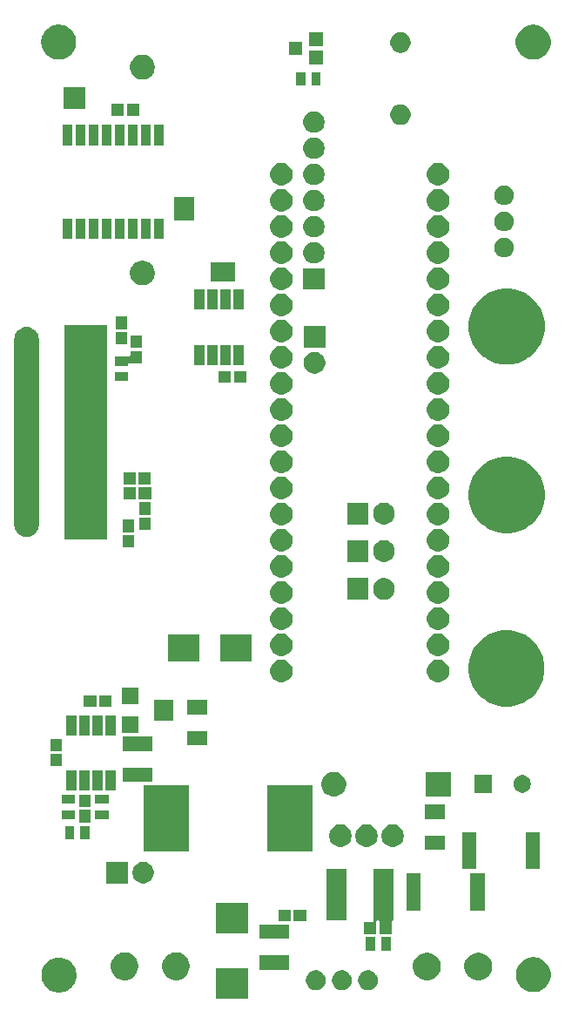
<source format=gts>
G04 #@! TF.GenerationSoftware,KiCad,Pcbnew,5.1.5*
G04 #@! TF.CreationDate,2020-03-31T14:29:14+02:00*
G04 #@! TF.ProjectId,nixie_control_board,6e697869-655f-4636-9f6e-74726f6c5f62,rev?*
G04 #@! TF.SameCoordinates,Original*
G04 #@! TF.FileFunction,Soldermask,Top*
G04 #@! TF.FilePolarity,Negative*
%FSLAX46Y46*%
G04 Gerber Fmt 4.6, Leading zero omitted, Abs format (unit mm)*
G04 Created by KiCad (PCBNEW 5.1.5) date 2020-03-31 14:29:14*
%MOMM*%
%LPD*%
G04 APERTURE LIST*
%ADD10C,0.150000*%
G04 APERTURE END LIST*
D10*
G36*
X142120000Y-146140000D02*
G01*
X139020000Y-146140000D01*
X139020000Y-143190000D01*
X142120000Y-143190000D01*
X142120000Y-146140000D01*
G37*
G36*
X124024778Y-142155330D02*
G01*
X124225872Y-142195330D01*
X124535252Y-142323479D01*
X124813687Y-142509523D01*
X125050477Y-142746313D01*
X125236521Y-143024748D01*
X125364670Y-143334128D01*
X125374546Y-143383779D01*
X125430000Y-143662563D01*
X125430000Y-143997437D01*
X125417675Y-144059396D01*
X125364670Y-144325872D01*
X125236521Y-144635252D01*
X125050477Y-144913687D01*
X124813687Y-145150477D01*
X124535252Y-145336521D01*
X124225872Y-145464670D01*
X124098529Y-145490000D01*
X123897437Y-145530000D01*
X123562563Y-145530000D01*
X123361471Y-145490000D01*
X123234128Y-145464670D01*
X122924748Y-145336521D01*
X122646313Y-145150477D01*
X122409523Y-144913687D01*
X122223479Y-144635252D01*
X122095330Y-144325872D01*
X122042325Y-144059396D01*
X122030000Y-143997437D01*
X122030000Y-143662563D01*
X122085454Y-143383779D01*
X122095330Y-143334128D01*
X122223479Y-143024748D01*
X122409523Y-142746313D01*
X122646313Y-142509523D01*
X122924748Y-142323479D01*
X123234128Y-142195330D01*
X123435222Y-142155330D01*
X123562563Y-142130000D01*
X123897437Y-142130000D01*
X124024778Y-142155330D01*
G37*
G36*
X170185365Y-142119425D02*
G01*
X170365872Y-142155330D01*
X170675252Y-142283479D01*
X170953687Y-142469523D01*
X171190477Y-142706313D01*
X171376521Y-142984748D01*
X171504670Y-143294128D01*
X171528707Y-143414969D01*
X171569384Y-143619465D01*
X171570000Y-143622565D01*
X171570000Y-143957435D01*
X171504670Y-144285872D01*
X171376521Y-144595252D01*
X171190477Y-144873687D01*
X170953687Y-145110477D01*
X170675252Y-145296521D01*
X170365872Y-145424670D01*
X170201654Y-145457335D01*
X170037437Y-145490000D01*
X169702563Y-145490000D01*
X169538346Y-145457335D01*
X169374128Y-145424670D01*
X169064748Y-145296521D01*
X168786313Y-145110477D01*
X168549523Y-144873687D01*
X168363479Y-144595252D01*
X168235330Y-144285872D01*
X168170000Y-143957435D01*
X168170000Y-143622565D01*
X168170617Y-143619465D01*
X168211293Y-143414969D01*
X168235330Y-143294128D01*
X168363479Y-142984748D01*
X168549523Y-142706313D01*
X168786313Y-142469523D01*
X169064748Y-142283479D01*
X169374128Y-142155330D01*
X169554635Y-142119425D01*
X169702563Y-142090000D01*
X170037437Y-142090000D01*
X170185365Y-142119425D01*
G37*
G36*
X148980604Y-143414968D02*
G01*
X149155678Y-143487486D01*
X149155679Y-143487487D01*
X149313237Y-143592763D01*
X149447237Y-143726763D01*
X149523282Y-143840574D01*
X149552514Y-143884322D01*
X149582798Y-143957435D01*
X149625032Y-144059396D01*
X149662000Y-144245250D01*
X149662000Y-144434750D01*
X149625032Y-144620604D01*
X149588772Y-144708142D01*
X149552514Y-144795678D01*
X149552513Y-144795679D01*
X149447237Y-144953237D01*
X149313237Y-145087237D01*
X149181879Y-145175007D01*
X149155678Y-145192514D01*
X149068142Y-145228772D01*
X148980604Y-145265032D01*
X148794750Y-145302000D01*
X148605250Y-145302000D01*
X148419396Y-145265032D01*
X148331858Y-145228772D01*
X148244322Y-145192514D01*
X148218121Y-145175007D01*
X148086763Y-145087237D01*
X147952763Y-144953237D01*
X147847487Y-144795679D01*
X147847486Y-144795678D01*
X147774968Y-144620604D01*
X147738000Y-144434750D01*
X147738000Y-144245250D01*
X147774968Y-144059396D01*
X147817202Y-143957435D01*
X147847486Y-143884322D01*
X147876718Y-143840574D01*
X147952763Y-143726763D01*
X148086763Y-143592763D01*
X148244321Y-143487487D01*
X148244322Y-143487486D01*
X148419396Y-143414968D01*
X148605250Y-143378000D01*
X148794750Y-143378000D01*
X148980604Y-143414968D01*
G37*
G36*
X154060604Y-143414968D02*
G01*
X154235678Y-143487486D01*
X154235679Y-143487487D01*
X154393237Y-143592763D01*
X154527237Y-143726763D01*
X154603282Y-143840574D01*
X154632514Y-143884322D01*
X154662798Y-143957435D01*
X154705032Y-144059396D01*
X154742000Y-144245250D01*
X154742000Y-144434750D01*
X154705032Y-144620604D01*
X154668772Y-144708142D01*
X154632514Y-144795678D01*
X154632513Y-144795679D01*
X154527237Y-144953237D01*
X154393237Y-145087237D01*
X154261879Y-145175007D01*
X154235678Y-145192514D01*
X154148142Y-145228772D01*
X154060604Y-145265032D01*
X153874750Y-145302000D01*
X153685250Y-145302000D01*
X153499396Y-145265032D01*
X153411858Y-145228772D01*
X153324322Y-145192514D01*
X153298121Y-145175007D01*
X153166763Y-145087237D01*
X153032763Y-144953237D01*
X152927487Y-144795679D01*
X152927486Y-144795678D01*
X152854968Y-144620604D01*
X152818000Y-144434750D01*
X152818000Y-144245250D01*
X152854968Y-144059396D01*
X152897202Y-143957435D01*
X152927486Y-143884322D01*
X152956718Y-143840574D01*
X153032763Y-143726763D01*
X153166763Y-143592763D01*
X153324321Y-143487487D01*
X153324322Y-143487486D01*
X153499396Y-143414968D01*
X153685250Y-143378000D01*
X153874750Y-143378000D01*
X154060604Y-143414968D01*
G37*
G36*
X151520604Y-143414968D02*
G01*
X151695678Y-143487486D01*
X151695679Y-143487487D01*
X151853237Y-143592763D01*
X151987237Y-143726763D01*
X152063282Y-143840574D01*
X152092514Y-143884322D01*
X152122798Y-143957435D01*
X152165032Y-144059396D01*
X152202000Y-144245250D01*
X152202000Y-144434750D01*
X152165032Y-144620604D01*
X152128772Y-144708142D01*
X152092514Y-144795678D01*
X152092513Y-144795679D01*
X151987237Y-144953237D01*
X151853237Y-145087237D01*
X151721879Y-145175007D01*
X151695678Y-145192514D01*
X151608142Y-145228772D01*
X151520604Y-145265032D01*
X151334750Y-145302000D01*
X151145250Y-145302000D01*
X150959396Y-145265032D01*
X150871858Y-145228772D01*
X150784322Y-145192514D01*
X150758121Y-145175007D01*
X150626763Y-145087237D01*
X150492763Y-144953237D01*
X150387487Y-144795679D01*
X150387486Y-144795678D01*
X150314968Y-144620604D01*
X150278000Y-144434750D01*
X150278000Y-144245250D01*
X150314968Y-144059396D01*
X150357202Y-143957435D01*
X150387486Y-143884322D01*
X150416718Y-143840574D01*
X150492763Y-143726763D01*
X150626763Y-143592763D01*
X150784321Y-143487487D01*
X150784322Y-143487486D01*
X150959396Y-143414968D01*
X151145250Y-143378000D01*
X151334750Y-143378000D01*
X151520604Y-143414968D01*
G37*
G36*
X164903779Y-141691879D02*
G01*
X165125323Y-141783646D01*
X165149465Y-141793646D01*
X165260769Y-141868017D01*
X165370574Y-141941386D01*
X165558614Y-142129426D01*
X165575922Y-142155330D01*
X165699674Y-142340537D01*
X165706355Y-142350537D01*
X165808121Y-142596221D01*
X165860000Y-142857035D01*
X165860000Y-143122965D01*
X165808121Y-143383779D01*
X165721555Y-143592766D01*
X165706354Y-143629465D01*
X165684237Y-143662565D01*
X165565296Y-143840574D01*
X165558613Y-143850575D01*
X165370575Y-144038613D01*
X165149465Y-144186354D01*
X165149464Y-144186355D01*
X165149463Y-144186355D01*
X164903779Y-144288121D01*
X164642965Y-144340000D01*
X164377035Y-144340000D01*
X164116221Y-144288121D01*
X163870537Y-144186355D01*
X163870536Y-144186355D01*
X163870535Y-144186354D01*
X163649425Y-144038613D01*
X163461387Y-143850575D01*
X163454705Y-143840574D01*
X163335763Y-143662565D01*
X163313646Y-143629465D01*
X163298445Y-143592766D01*
X163211879Y-143383779D01*
X163160000Y-143122965D01*
X163160000Y-142857035D01*
X163211879Y-142596221D01*
X163313645Y-142350537D01*
X163320327Y-142340537D01*
X163444078Y-142155330D01*
X163461386Y-142129426D01*
X163649426Y-141941386D01*
X163759231Y-141868017D01*
X163870535Y-141793646D01*
X163894677Y-141783646D01*
X164116221Y-141691879D01*
X164377035Y-141640000D01*
X164642965Y-141640000D01*
X164903779Y-141691879D01*
G37*
G36*
X159903779Y-141691879D02*
G01*
X160125323Y-141783646D01*
X160149465Y-141793646D01*
X160260769Y-141868017D01*
X160370574Y-141941386D01*
X160558614Y-142129426D01*
X160575922Y-142155330D01*
X160699674Y-142340537D01*
X160706355Y-142350537D01*
X160808121Y-142596221D01*
X160860000Y-142857035D01*
X160860000Y-143122965D01*
X160808121Y-143383779D01*
X160721555Y-143592766D01*
X160706354Y-143629465D01*
X160684237Y-143662565D01*
X160565296Y-143840574D01*
X160558613Y-143850575D01*
X160370575Y-144038613D01*
X160149465Y-144186354D01*
X160149464Y-144186355D01*
X160149463Y-144186355D01*
X159903779Y-144288121D01*
X159642965Y-144340000D01*
X159377035Y-144340000D01*
X159116221Y-144288121D01*
X158870537Y-144186355D01*
X158870536Y-144186355D01*
X158870535Y-144186354D01*
X158649425Y-144038613D01*
X158461387Y-143850575D01*
X158454705Y-143840574D01*
X158335763Y-143662565D01*
X158313646Y-143629465D01*
X158298445Y-143592766D01*
X158211879Y-143383779D01*
X158160000Y-143122965D01*
X158160000Y-142857035D01*
X158211879Y-142596221D01*
X158313645Y-142350537D01*
X158320327Y-142340537D01*
X158444078Y-142155330D01*
X158461386Y-142129426D01*
X158649426Y-141941386D01*
X158759231Y-141868017D01*
X158870535Y-141793646D01*
X158894677Y-141783646D01*
X159116221Y-141691879D01*
X159377035Y-141640000D01*
X159642965Y-141640000D01*
X159903779Y-141691879D01*
G37*
G36*
X135503779Y-141681879D02*
G01*
X135749463Y-141783645D01*
X135749465Y-141783646D01*
X135764431Y-141793646D01*
X135970574Y-141931386D01*
X136158614Y-142119426D01*
X136165679Y-142130000D01*
X136294958Y-142323479D01*
X136306355Y-142340537D01*
X136408121Y-142586221D01*
X136460000Y-142847035D01*
X136460000Y-143112965D01*
X136408121Y-143373779D01*
X136317413Y-143592766D01*
X136306354Y-143619465D01*
X136299672Y-143629465D01*
X136158614Y-143840574D01*
X135970574Y-144028614D01*
X135924505Y-144059396D01*
X135749465Y-144176354D01*
X135749464Y-144176355D01*
X135749463Y-144176355D01*
X135503779Y-144278121D01*
X135242965Y-144330000D01*
X134977035Y-144330000D01*
X134716221Y-144278121D01*
X134470537Y-144176355D01*
X134470536Y-144176355D01*
X134470535Y-144176354D01*
X134295495Y-144059396D01*
X134249426Y-144028614D01*
X134061386Y-143840574D01*
X133920328Y-143629465D01*
X133913646Y-143619465D01*
X133902587Y-143592766D01*
X133811879Y-143373779D01*
X133760000Y-143112965D01*
X133760000Y-142847035D01*
X133811879Y-142586221D01*
X133913645Y-142340537D01*
X133925043Y-142323479D01*
X134054321Y-142130000D01*
X134061386Y-142119426D01*
X134249426Y-141931386D01*
X134455569Y-141793646D01*
X134470535Y-141783646D01*
X134470537Y-141783645D01*
X134716221Y-141681879D01*
X134977035Y-141630000D01*
X135242965Y-141630000D01*
X135503779Y-141681879D01*
G37*
G36*
X130503779Y-141681879D02*
G01*
X130749463Y-141783645D01*
X130749465Y-141783646D01*
X130764431Y-141793646D01*
X130970574Y-141931386D01*
X131158614Y-142119426D01*
X131165679Y-142130000D01*
X131294958Y-142323479D01*
X131306355Y-142340537D01*
X131408121Y-142586221D01*
X131460000Y-142847035D01*
X131460000Y-143112965D01*
X131408121Y-143373779D01*
X131317413Y-143592766D01*
X131306354Y-143619465D01*
X131299672Y-143629465D01*
X131158614Y-143840574D01*
X130970574Y-144028614D01*
X130924505Y-144059396D01*
X130749465Y-144176354D01*
X130749464Y-144176355D01*
X130749463Y-144176355D01*
X130503779Y-144278121D01*
X130242965Y-144330000D01*
X129977035Y-144330000D01*
X129716221Y-144278121D01*
X129470537Y-144176355D01*
X129470536Y-144176355D01*
X129470535Y-144176354D01*
X129295495Y-144059396D01*
X129249426Y-144028614D01*
X129061386Y-143840574D01*
X128920328Y-143629465D01*
X128913646Y-143619465D01*
X128902587Y-143592766D01*
X128811879Y-143373779D01*
X128760000Y-143112965D01*
X128760000Y-142847035D01*
X128811879Y-142586221D01*
X128913645Y-142340537D01*
X128925043Y-142323479D01*
X129054321Y-142130000D01*
X129061386Y-142119426D01*
X129249426Y-141931386D01*
X129455569Y-141793646D01*
X129470535Y-141783646D01*
X129470537Y-141783645D01*
X129716221Y-141681879D01*
X129977035Y-141630000D01*
X130242965Y-141630000D01*
X130503779Y-141681879D01*
G37*
G36*
X146140000Y-143310000D02*
G01*
X143240000Y-143310000D01*
X143240000Y-141910000D01*
X146140000Y-141910000D01*
X146140000Y-143310000D01*
G37*
G36*
X155980000Y-141440000D02*
G01*
X155080000Y-141440000D01*
X155080000Y-140140000D01*
X155980000Y-140140000D01*
X155980000Y-141440000D01*
G37*
G36*
X154480000Y-141440000D02*
G01*
X153580000Y-141440000D01*
X153580000Y-140140000D01*
X154480000Y-140140000D01*
X154480000Y-141440000D01*
G37*
G36*
X146140000Y-140310000D02*
G01*
X143240000Y-140310000D01*
X143240000Y-138910000D01*
X146140000Y-138910000D01*
X146140000Y-140310000D01*
G37*
G36*
X156262000Y-138524000D02*
G01*
X156234999Y-138524000D01*
X156210613Y-138526402D01*
X156187164Y-138533515D01*
X156165553Y-138545066D01*
X156146611Y-138560611D01*
X156131066Y-138579553D01*
X156119515Y-138601164D01*
X156112402Y-138624613D01*
X156110000Y-138648999D01*
X156110000Y-139865000D01*
X154910000Y-139865000D01*
X154910000Y-138648999D01*
X154907598Y-138624613D01*
X154900485Y-138601164D01*
X154888934Y-138579553D01*
X154873389Y-138560611D01*
X154854447Y-138545066D01*
X154832836Y-138533515D01*
X154809387Y-138526402D01*
X154785001Y-138524000D01*
X154734999Y-138524000D01*
X154710613Y-138526402D01*
X154687164Y-138533515D01*
X154665553Y-138545066D01*
X154646611Y-138560611D01*
X154631066Y-138579553D01*
X154619515Y-138601164D01*
X154612402Y-138624613D01*
X154610000Y-138648999D01*
X154610000Y-139865000D01*
X153410000Y-139865000D01*
X153410000Y-138715000D01*
X154213001Y-138715000D01*
X154237387Y-138712598D01*
X154260836Y-138705485D01*
X154282447Y-138693934D01*
X154301389Y-138678389D01*
X154316934Y-138659447D01*
X154328485Y-138637836D01*
X154335598Y-138614387D01*
X154338000Y-138590001D01*
X154338000Y-133554000D01*
X156262000Y-133554000D01*
X156262000Y-138524000D01*
G37*
G36*
X142120000Y-139790000D02*
G01*
X139020000Y-139790000D01*
X139020000Y-136840000D01*
X142120000Y-136840000D01*
X142120000Y-139790000D01*
G37*
G36*
X147760000Y-138635000D02*
G01*
X146560000Y-138635000D01*
X146560000Y-137485000D01*
X147760000Y-137485000D01*
X147760000Y-138635000D01*
G37*
G36*
X146260000Y-138635000D02*
G01*
X145060000Y-138635000D01*
X145060000Y-137485000D01*
X146260000Y-137485000D01*
X146260000Y-138635000D01*
G37*
G36*
X151662000Y-138524000D02*
G01*
X149738000Y-138524000D01*
X149738000Y-133554000D01*
X151662000Y-133554000D01*
X151662000Y-138524000D01*
G37*
G36*
X158930000Y-137550000D02*
G01*
X157530000Y-137550000D01*
X157530000Y-133950000D01*
X158930000Y-133950000D01*
X158930000Y-137550000D01*
G37*
G36*
X165130000Y-137550000D02*
G01*
X163730000Y-137550000D01*
X163730000Y-133950000D01*
X165130000Y-133950000D01*
X165130000Y-137550000D01*
G37*
G36*
X132048687Y-132825027D02*
G01*
X132226274Y-132860350D01*
X132417362Y-132939502D01*
X132589336Y-133054411D01*
X132735589Y-133200664D01*
X132850498Y-133372638D01*
X132929650Y-133563726D01*
X132970000Y-133766584D01*
X132970000Y-133973416D01*
X132929650Y-134176274D01*
X132850498Y-134367362D01*
X132735589Y-134539336D01*
X132589336Y-134685589D01*
X132417362Y-134800498D01*
X132226274Y-134879650D01*
X132048687Y-134914973D01*
X132023417Y-134920000D01*
X131816583Y-134920000D01*
X131791313Y-134914973D01*
X131613726Y-134879650D01*
X131422638Y-134800498D01*
X131250664Y-134685589D01*
X131104411Y-134539336D01*
X130989502Y-134367362D01*
X130910350Y-134176274D01*
X130870000Y-133973416D01*
X130870000Y-133766584D01*
X130910350Y-133563726D01*
X130989502Y-133372638D01*
X131104411Y-133200664D01*
X131250664Y-133054411D01*
X131422638Y-132939502D01*
X131613726Y-132860350D01*
X131791313Y-132825027D01*
X131816583Y-132820000D01*
X132023417Y-132820000D01*
X132048687Y-132825027D01*
G37*
G36*
X130430000Y-134920000D02*
G01*
X128330000Y-134920000D01*
X128330000Y-132820000D01*
X130430000Y-132820000D01*
X130430000Y-134920000D01*
G37*
G36*
X170530000Y-133520000D02*
G01*
X169130000Y-133520000D01*
X169130000Y-129920000D01*
X170530000Y-129920000D01*
X170530000Y-133520000D01*
G37*
G36*
X164330000Y-133520000D02*
G01*
X162930000Y-133520000D01*
X162930000Y-129920000D01*
X164330000Y-129920000D01*
X164330000Y-133520000D01*
G37*
G36*
X148392000Y-131828000D02*
G01*
X143992000Y-131828000D01*
X143992000Y-125428000D01*
X148392000Y-125428000D01*
X148392000Y-131828000D01*
G37*
G36*
X136392000Y-131828000D02*
G01*
X131992000Y-131828000D01*
X131992000Y-125428000D01*
X136392000Y-125428000D01*
X136392000Y-131828000D01*
G37*
G36*
X161300000Y-131680000D02*
G01*
X159300000Y-131680000D01*
X159300000Y-130280000D01*
X161300000Y-130280000D01*
X161300000Y-131680000D01*
G37*
G36*
X156500857Y-129232272D02*
G01*
X156701043Y-129315192D01*
X156701045Y-129315193D01*
X156723205Y-129330000D01*
X156881208Y-129435574D01*
X157034426Y-129588792D01*
X157154808Y-129768957D01*
X157237728Y-129969143D01*
X157280000Y-130181658D01*
X157280000Y-130398342D01*
X157237728Y-130610857D01*
X157154808Y-130811043D01*
X157154807Y-130811045D01*
X157034425Y-130991209D01*
X156881209Y-131144425D01*
X156701045Y-131264807D01*
X156701044Y-131264808D01*
X156701043Y-131264808D01*
X156500857Y-131347728D01*
X156288342Y-131390000D01*
X156071658Y-131390000D01*
X155859143Y-131347728D01*
X155658957Y-131264808D01*
X155658956Y-131264808D01*
X155658955Y-131264807D01*
X155478791Y-131144425D01*
X155325575Y-130991209D01*
X155205193Y-130811045D01*
X155205192Y-130811043D01*
X155122272Y-130610857D01*
X155080000Y-130398342D01*
X155080000Y-130181658D01*
X155122272Y-129969143D01*
X155205192Y-129768957D01*
X155325574Y-129588792D01*
X155478792Y-129435574D01*
X155636795Y-129330000D01*
X155658955Y-129315193D01*
X155658957Y-129315192D01*
X155859143Y-129232272D01*
X156071658Y-129190000D01*
X156288342Y-129190000D01*
X156500857Y-129232272D01*
G37*
G36*
X153960857Y-129232272D02*
G01*
X154161043Y-129315192D01*
X154161045Y-129315193D01*
X154183205Y-129330000D01*
X154341208Y-129435574D01*
X154494426Y-129588792D01*
X154614808Y-129768957D01*
X154697728Y-129969143D01*
X154740000Y-130181658D01*
X154740000Y-130398342D01*
X154697728Y-130610857D01*
X154614808Y-130811043D01*
X154614807Y-130811045D01*
X154494425Y-130991209D01*
X154341209Y-131144425D01*
X154161045Y-131264807D01*
X154161044Y-131264808D01*
X154161043Y-131264808D01*
X153960857Y-131347728D01*
X153748342Y-131390000D01*
X153531658Y-131390000D01*
X153319143Y-131347728D01*
X153118957Y-131264808D01*
X153118956Y-131264808D01*
X153118955Y-131264807D01*
X152938791Y-131144425D01*
X152785575Y-130991209D01*
X152665193Y-130811045D01*
X152665192Y-130811043D01*
X152582272Y-130610857D01*
X152540000Y-130398342D01*
X152540000Y-130181658D01*
X152582272Y-129969143D01*
X152665192Y-129768957D01*
X152785574Y-129588792D01*
X152938792Y-129435574D01*
X153096795Y-129330000D01*
X153118955Y-129315193D01*
X153118957Y-129315192D01*
X153319143Y-129232272D01*
X153531658Y-129190000D01*
X153748342Y-129190000D01*
X153960857Y-129232272D01*
G37*
G36*
X151420857Y-129232272D02*
G01*
X151621043Y-129315192D01*
X151621045Y-129315193D01*
X151643205Y-129330000D01*
X151801208Y-129435574D01*
X151954426Y-129588792D01*
X152074808Y-129768957D01*
X152157728Y-129969143D01*
X152200000Y-130181658D01*
X152200000Y-130398342D01*
X152157728Y-130610857D01*
X152074808Y-130811043D01*
X152074807Y-130811045D01*
X151954425Y-130991209D01*
X151801209Y-131144425D01*
X151621045Y-131264807D01*
X151621044Y-131264808D01*
X151621043Y-131264808D01*
X151420857Y-131347728D01*
X151208342Y-131390000D01*
X150991658Y-131390000D01*
X150779143Y-131347728D01*
X150578957Y-131264808D01*
X150578956Y-131264808D01*
X150578955Y-131264807D01*
X150398791Y-131144425D01*
X150245575Y-130991209D01*
X150125193Y-130811045D01*
X150125192Y-130811043D01*
X150042272Y-130610857D01*
X150000000Y-130398342D01*
X150000000Y-130181658D01*
X150042272Y-129969143D01*
X150125192Y-129768957D01*
X150245574Y-129588792D01*
X150398792Y-129435574D01*
X150556795Y-129330000D01*
X150578955Y-129315193D01*
X150578957Y-129315192D01*
X150779143Y-129232272D01*
X150991658Y-129190000D01*
X151208342Y-129190000D01*
X151420857Y-129232272D01*
G37*
G36*
X126720000Y-130630000D02*
G01*
X125820000Y-130630000D01*
X125820000Y-129330000D01*
X126720000Y-129330000D01*
X126720000Y-130630000D01*
G37*
G36*
X125220000Y-130630000D02*
G01*
X124320000Y-130630000D01*
X124320000Y-129330000D01*
X125220000Y-129330000D01*
X125220000Y-130630000D01*
G37*
G36*
X126825000Y-128990000D02*
G01*
X125675000Y-128990000D01*
X125675000Y-127790000D01*
X126825000Y-127790000D01*
X126825000Y-128990000D01*
G37*
G36*
X125270000Y-128700000D02*
G01*
X123970000Y-128700000D01*
X123970000Y-127800000D01*
X125270000Y-127800000D01*
X125270000Y-128700000D01*
G37*
G36*
X128550000Y-128700000D02*
G01*
X127250000Y-128700000D01*
X127250000Y-127800000D01*
X128550000Y-127800000D01*
X128550000Y-128700000D01*
G37*
G36*
X161300000Y-128680000D02*
G01*
X159300000Y-128680000D01*
X159300000Y-127280000D01*
X161300000Y-127280000D01*
X161300000Y-128680000D01*
G37*
G36*
X126825000Y-127490000D02*
G01*
X125675000Y-127490000D01*
X125675000Y-126290000D01*
X126825000Y-126290000D01*
X126825000Y-127490000D01*
G37*
G36*
X125270000Y-127200000D02*
G01*
X123970000Y-127200000D01*
X123970000Y-126300000D01*
X125270000Y-126300000D01*
X125270000Y-127200000D01*
G37*
G36*
X128550000Y-127200000D02*
G01*
X127250000Y-127200000D01*
X127250000Y-126300000D01*
X128550000Y-126300000D01*
X128550000Y-127200000D01*
G37*
G36*
X161819490Y-126489490D02*
G01*
X159420510Y-126489490D01*
X159420510Y-124090510D01*
X161819490Y-124090510D01*
X161819490Y-126489490D01*
G37*
G36*
X150809877Y-124136605D02*
G01*
X151028170Y-124227025D01*
X151028172Y-124227026D01*
X151224630Y-124358295D01*
X151391705Y-124525370D01*
X151522975Y-124721830D01*
X151613395Y-124940123D01*
X151659490Y-125171859D01*
X151659490Y-125408141D01*
X151613395Y-125639877D01*
X151603972Y-125662626D01*
X151522974Y-125858172D01*
X151391705Y-126054630D01*
X151224630Y-126221705D01*
X151028172Y-126352974D01*
X151028171Y-126352975D01*
X151028170Y-126352975D01*
X150809877Y-126443395D01*
X150578141Y-126489490D01*
X150341859Y-126489490D01*
X150110123Y-126443395D01*
X149891830Y-126352975D01*
X149891829Y-126352975D01*
X149891828Y-126352974D01*
X149695370Y-126221705D01*
X149528295Y-126054630D01*
X149397026Y-125858172D01*
X149316028Y-125662626D01*
X149306605Y-125639877D01*
X149260510Y-125408141D01*
X149260510Y-125171859D01*
X149306605Y-124940123D01*
X149397025Y-124721830D01*
X149528295Y-124525370D01*
X149695370Y-124358295D01*
X149891828Y-124227026D01*
X149891830Y-124227025D01*
X150110123Y-124136605D01*
X150341859Y-124090510D01*
X150578141Y-124090510D01*
X150809877Y-124136605D01*
G37*
G36*
X169027935Y-124442664D02*
G01*
X169182624Y-124506739D01*
X169182626Y-124506740D01*
X169321844Y-124599762D01*
X169440238Y-124718156D01*
X169533260Y-124857374D01*
X169533261Y-124857376D01*
X169597336Y-125012065D01*
X169630000Y-125176281D01*
X169630000Y-125343719D01*
X169597336Y-125507935D01*
X169542683Y-125639877D01*
X169533260Y-125662626D01*
X169440238Y-125801844D01*
X169321844Y-125920238D01*
X169182626Y-126013260D01*
X169182625Y-126013261D01*
X169182624Y-126013261D01*
X169027935Y-126077336D01*
X168863719Y-126110000D01*
X168696281Y-126110000D01*
X168532065Y-126077336D01*
X168377376Y-126013261D01*
X168377375Y-126013261D01*
X168377374Y-126013260D01*
X168238156Y-125920238D01*
X168119762Y-125801844D01*
X168026740Y-125662626D01*
X168017317Y-125639877D01*
X167962664Y-125507935D01*
X167930000Y-125343719D01*
X167930000Y-125176281D01*
X167962664Y-125012065D01*
X168026739Y-124857376D01*
X168026740Y-124857374D01*
X168119762Y-124718156D01*
X168238156Y-124599762D01*
X168377374Y-124506740D01*
X168377376Y-124506739D01*
X168532065Y-124442664D01*
X168696281Y-124410000D01*
X168863719Y-124410000D01*
X169027935Y-124442664D01*
G37*
G36*
X165830000Y-126110000D02*
G01*
X164130000Y-126110000D01*
X164130000Y-124410000D01*
X165830000Y-124410000D01*
X165830000Y-126110000D01*
G37*
G36*
X129262180Y-125922180D02*
G01*
X128262740Y-125922180D01*
X128262740Y-123972780D01*
X129262180Y-123972780D01*
X129262180Y-125922180D01*
G37*
G36*
X126727260Y-125922180D02*
G01*
X125727820Y-125922180D01*
X125727820Y-123972780D01*
X126727260Y-123972780D01*
X126727260Y-125922180D01*
G37*
G36*
X127992180Y-125922180D02*
G01*
X126992740Y-125922180D01*
X126992740Y-123972780D01*
X127992180Y-123972780D01*
X127992180Y-125922180D01*
G37*
G36*
X125457260Y-125922180D02*
G01*
X124457820Y-125922180D01*
X124457820Y-123972780D01*
X125457260Y-123972780D01*
X125457260Y-125922180D01*
G37*
G36*
X132810000Y-125060000D02*
G01*
X129910000Y-125060000D01*
X129910000Y-123660000D01*
X132810000Y-123660000D01*
X132810000Y-125060000D01*
G37*
G36*
X124035000Y-123560000D02*
G01*
X122885000Y-123560000D01*
X122885000Y-122360000D01*
X124035000Y-122360000D01*
X124035000Y-123560000D01*
G37*
G36*
X124035000Y-122060000D02*
G01*
X122885000Y-122060000D01*
X122885000Y-120860000D01*
X124035000Y-120860000D01*
X124035000Y-122060000D01*
G37*
G36*
X132810000Y-122060000D02*
G01*
X129910000Y-122060000D01*
X129910000Y-120660000D01*
X132810000Y-120660000D01*
X132810000Y-122060000D01*
G37*
G36*
X138180000Y-121510000D02*
G01*
X136180000Y-121510000D01*
X136180000Y-120110000D01*
X138180000Y-120110000D01*
X138180000Y-121510000D01*
G37*
G36*
X129262180Y-120527220D02*
G01*
X128262740Y-120527220D01*
X128262740Y-118577820D01*
X129262180Y-118577820D01*
X129262180Y-120527220D01*
G37*
G36*
X127992180Y-120527220D02*
G01*
X126992740Y-120527220D01*
X126992740Y-118577820D01*
X127992180Y-118577820D01*
X127992180Y-120527220D01*
G37*
G36*
X125457260Y-120527220D02*
G01*
X124457820Y-120527220D01*
X124457820Y-118577820D01*
X125457260Y-118577820D01*
X125457260Y-120527220D01*
G37*
G36*
X126727260Y-120527220D02*
G01*
X125727820Y-120527220D01*
X125727820Y-118577820D01*
X126727260Y-118577820D01*
X126727260Y-120527220D01*
G37*
G36*
X131490000Y-120320000D02*
G01*
X129890000Y-120320000D01*
X129890000Y-118720000D01*
X131490000Y-118720000D01*
X131490000Y-120320000D01*
G37*
G36*
X134880000Y-119120000D02*
G01*
X132980000Y-119120000D01*
X132980000Y-117120000D01*
X134880000Y-117120000D01*
X134880000Y-119120000D01*
G37*
G36*
X138180000Y-118510000D02*
G01*
X136180000Y-118510000D01*
X136180000Y-117110000D01*
X138180000Y-117110000D01*
X138180000Y-118510000D01*
G37*
G36*
X127360000Y-117785000D02*
G01*
X126160000Y-117785000D01*
X126160000Y-116635000D01*
X127360000Y-116635000D01*
X127360000Y-117785000D01*
G37*
G36*
X128860000Y-117785000D02*
G01*
X127660000Y-117785000D01*
X127660000Y-116635000D01*
X128860000Y-116635000D01*
X128860000Y-117785000D01*
G37*
G36*
X168329249Y-110472188D02*
G01*
X169002606Y-110751101D01*
X169023696Y-110765193D01*
X169608613Y-111156022D01*
X170123978Y-111671387D01*
X170242215Y-111848342D01*
X170528899Y-112277394D01*
X170807812Y-112950751D01*
X170950000Y-113665580D01*
X170950000Y-114394420D01*
X170807812Y-115109249D01*
X170528899Y-115782606D01*
X170528898Y-115782607D01*
X170123978Y-116388613D01*
X169608613Y-116903978D01*
X169300279Y-117110000D01*
X169002606Y-117308899D01*
X168329249Y-117587812D01*
X167614420Y-117730000D01*
X166885580Y-117730000D01*
X166170751Y-117587812D01*
X165497394Y-117308899D01*
X165199721Y-117110000D01*
X164891387Y-116903978D01*
X164376022Y-116388613D01*
X163971102Y-115782607D01*
X163971101Y-115782606D01*
X163692188Y-115109249D01*
X163550000Y-114394420D01*
X163550000Y-113665580D01*
X163692188Y-112950751D01*
X163971101Y-112277394D01*
X164257785Y-111848342D01*
X164376022Y-111671387D01*
X164891387Y-111156022D01*
X165476304Y-110765193D01*
X165497394Y-110751101D01*
X166170751Y-110472188D01*
X166885580Y-110330000D01*
X167614420Y-110330000D01*
X168329249Y-110472188D01*
G37*
G36*
X131490000Y-117520000D02*
G01*
X129890000Y-117520000D01*
X129890000Y-115920000D01*
X131490000Y-115920000D01*
X131490000Y-117520000D01*
G37*
G36*
X145680857Y-113222272D02*
G01*
X145881043Y-113305192D01*
X145881045Y-113305193D01*
X145948103Y-113350000D01*
X146061208Y-113425574D01*
X146214426Y-113578792D01*
X146334808Y-113758957D01*
X146417728Y-113959143D01*
X146460000Y-114171658D01*
X146460000Y-114388342D01*
X146417728Y-114600857D01*
X146334808Y-114801043D01*
X146334807Y-114801045D01*
X146214425Y-114981209D01*
X146061209Y-115134425D01*
X145881045Y-115254807D01*
X145881044Y-115254808D01*
X145881043Y-115254808D01*
X145680857Y-115337728D01*
X145468342Y-115380000D01*
X145251658Y-115380000D01*
X145039143Y-115337728D01*
X144838957Y-115254808D01*
X144838956Y-115254808D01*
X144838955Y-115254807D01*
X144658791Y-115134425D01*
X144505575Y-114981209D01*
X144385193Y-114801045D01*
X144385192Y-114801043D01*
X144302272Y-114600857D01*
X144260000Y-114388342D01*
X144260000Y-114171658D01*
X144302272Y-113959143D01*
X144385192Y-113758957D01*
X144505574Y-113578792D01*
X144658792Y-113425574D01*
X144771897Y-113350000D01*
X144838955Y-113305193D01*
X144838957Y-113305192D01*
X145039143Y-113222272D01*
X145251658Y-113180000D01*
X145468342Y-113180000D01*
X145680857Y-113222272D01*
G37*
G36*
X160920857Y-113222272D02*
G01*
X161121043Y-113305192D01*
X161121045Y-113305193D01*
X161188103Y-113350000D01*
X161301208Y-113425574D01*
X161454426Y-113578792D01*
X161574808Y-113758957D01*
X161657728Y-113959143D01*
X161700000Y-114171658D01*
X161700000Y-114388342D01*
X161657728Y-114600857D01*
X161574808Y-114801043D01*
X161574807Y-114801045D01*
X161454425Y-114981209D01*
X161301209Y-115134425D01*
X161121045Y-115254807D01*
X161121044Y-115254808D01*
X161121043Y-115254808D01*
X160920857Y-115337728D01*
X160708342Y-115380000D01*
X160491658Y-115380000D01*
X160279143Y-115337728D01*
X160078957Y-115254808D01*
X160078956Y-115254808D01*
X160078955Y-115254807D01*
X159898791Y-115134425D01*
X159745575Y-114981209D01*
X159625193Y-114801045D01*
X159625192Y-114801043D01*
X159542272Y-114600857D01*
X159500000Y-114388342D01*
X159500000Y-114171658D01*
X159542272Y-113959143D01*
X159625192Y-113758957D01*
X159745574Y-113578792D01*
X159898792Y-113425574D01*
X160011897Y-113350000D01*
X160078955Y-113305193D01*
X160078957Y-113305192D01*
X160279143Y-113222272D01*
X160491658Y-113180000D01*
X160708342Y-113180000D01*
X160920857Y-113222272D01*
G37*
G36*
X137400000Y-113350000D02*
G01*
X134300000Y-113350000D01*
X134300000Y-110750000D01*
X137400000Y-110750000D01*
X137400000Y-113350000D01*
G37*
G36*
X142500000Y-113350000D02*
G01*
X139400000Y-113350000D01*
X139400000Y-110750000D01*
X142500000Y-110750000D01*
X142500000Y-113350000D01*
G37*
G36*
X160920857Y-110682272D02*
G01*
X161121043Y-110765192D01*
X161121045Y-110765193D01*
X161211738Y-110825792D01*
X161301208Y-110885574D01*
X161454426Y-111038792D01*
X161574808Y-111218957D01*
X161657728Y-111419143D01*
X161700000Y-111631658D01*
X161700000Y-111848342D01*
X161657728Y-112060857D01*
X161574808Y-112261043D01*
X161574807Y-112261045D01*
X161454425Y-112441209D01*
X161301209Y-112594425D01*
X161121045Y-112714807D01*
X161121044Y-112714808D01*
X161121043Y-112714808D01*
X160920857Y-112797728D01*
X160708342Y-112840000D01*
X160491658Y-112840000D01*
X160279143Y-112797728D01*
X160078957Y-112714808D01*
X160078956Y-112714808D01*
X160078955Y-112714807D01*
X159898791Y-112594425D01*
X159745575Y-112441209D01*
X159625193Y-112261045D01*
X159625192Y-112261043D01*
X159542272Y-112060857D01*
X159500000Y-111848342D01*
X159500000Y-111631658D01*
X159542272Y-111419143D01*
X159625192Y-111218957D01*
X159745574Y-111038792D01*
X159898792Y-110885574D01*
X159988262Y-110825792D01*
X160078955Y-110765193D01*
X160078957Y-110765192D01*
X160279143Y-110682272D01*
X160491658Y-110640000D01*
X160708342Y-110640000D01*
X160920857Y-110682272D01*
G37*
G36*
X145680857Y-110682272D02*
G01*
X145881043Y-110765192D01*
X145881045Y-110765193D01*
X145971738Y-110825792D01*
X146061208Y-110885574D01*
X146214426Y-111038792D01*
X146334808Y-111218957D01*
X146417728Y-111419143D01*
X146460000Y-111631658D01*
X146460000Y-111848342D01*
X146417728Y-112060857D01*
X146334808Y-112261043D01*
X146334807Y-112261045D01*
X146214425Y-112441209D01*
X146061209Y-112594425D01*
X145881045Y-112714807D01*
X145881044Y-112714808D01*
X145881043Y-112714808D01*
X145680857Y-112797728D01*
X145468342Y-112840000D01*
X145251658Y-112840000D01*
X145039143Y-112797728D01*
X144838957Y-112714808D01*
X144838956Y-112714808D01*
X144838955Y-112714807D01*
X144658791Y-112594425D01*
X144505575Y-112441209D01*
X144385193Y-112261045D01*
X144385192Y-112261043D01*
X144302272Y-112060857D01*
X144260000Y-111848342D01*
X144260000Y-111631658D01*
X144302272Y-111419143D01*
X144385192Y-111218957D01*
X144505574Y-111038792D01*
X144658792Y-110885574D01*
X144748262Y-110825792D01*
X144838955Y-110765193D01*
X144838957Y-110765192D01*
X145039143Y-110682272D01*
X145251658Y-110640000D01*
X145468342Y-110640000D01*
X145680857Y-110682272D01*
G37*
G36*
X145680857Y-108142272D02*
G01*
X145881043Y-108225192D01*
X145881045Y-108225193D01*
X145971738Y-108285792D01*
X146061208Y-108345574D01*
X146214426Y-108498792D01*
X146334808Y-108678957D01*
X146417728Y-108879143D01*
X146460000Y-109091658D01*
X146460000Y-109308342D01*
X146417728Y-109520857D01*
X146334808Y-109721043D01*
X146334807Y-109721045D01*
X146214425Y-109901209D01*
X146061209Y-110054425D01*
X145881045Y-110174807D01*
X145881044Y-110174808D01*
X145881043Y-110174808D01*
X145680857Y-110257728D01*
X145468342Y-110300000D01*
X145251658Y-110300000D01*
X145039143Y-110257728D01*
X144838957Y-110174808D01*
X144838956Y-110174808D01*
X144838955Y-110174807D01*
X144658791Y-110054425D01*
X144505575Y-109901209D01*
X144385193Y-109721045D01*
X144385192Y-109721043D01*
X144302272Y-109520857D01*
X144260000Y-109308342D01*
X144260000Y-109091658D01*
X144302272Y-108879143D01*
X144385192Y-108678957D01*
X144505574Y-108498792D01*
X144658792Y-108345574D01*
X144748262Y-108285792D01*
X144838955Y-108225193D01*
X144838957Y-108225192D01*
X145039143Y-108142272D01*
X145251658Y-108100000D01*
X145468342Y-108100000D01*
X145680857Y-108142272D01*
G37*
G36*
X160920857Y-108142272D02*
G01*
X161121043Y-108225192D01*
X161121045Y-108225193D01*
X161211738Y-108285792D01*
X161301208Y-108345574D01*
X161454426Y-108498792D01*
X161574808Y-108678957D01*
X161657728Y-108879143D01*
X161700000Y-109091658D01*
X161700000Y-109308342D01*
X161657728Y-109520857D01*
X161574808Y-109721043D01*
X161574807Y-109721045D01*
X161454425Y-109901209D01*
X161301209Y-110054425D01*
X161121045Y-110174807D01*
X161121044Y-110174808D01*
X161121043Y-110174808D01*
X160920857Y-110257728D01*
X160708342Y-110300000D01*
X160491658Y-110300000D01*
X160279143Y-110257728D01*
X160078957Y-110174808D01*
X160078956Y-110174808D01*
X160078955Y-110174807D01*
X159898791Y-110054425D01*
X159745575Y-109901209D01*
X159625193Y-109721045D01*
X159625192Y-109721043D01*
X159542272Y-109520857D01*
X159500000Y-109308342D01*
X159500000Y-109091658D01*
X159542272Y-108879143D01*
X159625192Y-108678957D01*
X159745574Y-108498792D01*
X159898792Y-108345574D01*
X159988262Y-108285792D01*
X160078955Y-108225193D01*
X160078957Y-108225192D01*
X160279143Y-108142272D01*
X160491658Y-108100000D01*
X160708342Y-108100000D01*
X160920857Y-108142272D01*
G37*
G36*
X160920857Y-105602272D02*
G01*
X161121043Y-105685192D01*
X161121045Y-105685193D01*
X161211738Y-105745792D01*
X161301208Y-105805574D01*
X161454426Y-105958792D01*
X161574808Y-106138957D01*
X161657728Y-106339143D01*
X161700000Y-106551658D01*
X161700000Y-106768342D01*
X161657728Y-106980857D01*
X161597778Y-107125588D01*
X161574807Y-107181045D01*
X161454425Y-107361209D01*
X161301209Y-107514425D01*
X161121045Y-107634807D01*
X161121044Y-107634808D01*
X161121043Y-107634808D01*
X160920857Y-107717728D01*
X160708342Y-107760000D01*
X160491658Y-107760000D01*
X160279143Y-107717728D01*
X160078957Y-107634808D01*
X160078956Y-107634808D01*
X160078955Y-107634807D01*
X159898791Y-107514425D01*
X159745575Y-107361209D01*
X159625193Y-107181045D01*
X159602222Y-107125588D01*
X159542272Y-106980857D01*
X159500000Y-106768342D01*
X159500000Y-106551658D01*
X159542272Y-106339143D01*
X159625192Y-106138957D01*
X159745574Y-105958792D01*
X159898792Y-105805574D01*
X159988262Y-105745792D01*
X160078955Y-105685193D01*
X160078957Y-105685192D01*
X160279143Y-105602272D01*
X160491658Y-105560000D01*
X160708342Y-105560000D01*
X160920857Y-105602272D01*
G37*
G36*
X145680857Y-105602272D02*
G01*
X145881043Y-105685192D01*
X145881045Y-105685193D01*
X145971738Y-105745792D01*
X146061208Y-105805574D01*
X146214426Y-105958792D01*
X146334808Y-106138957D01*
X146417728Y-106339143D01*
X146460000Y-106551658D01*
X146460000Y-106768342D01*
X146417728Y-106980857D01*
X146357778Y-107125588D01*
X146334807Y-107181045D01*
X146214425Y-107361209D01*
X146061209Y-107514425D01*
X145881045Y-107634807D01*
X145881044Y-107634808D01*
X145881043Y-107634808D01*
X145680857Y-107717728D01*
X145468342Y-107760000D01*
X145251658Y-107760000D01*
X145039143Y-107717728D01*
X144838957Y-107634808D01*
X144838956Y-107634808D01*
X144838955Y-107634807D01*
X144658791Y-107514425D01*
X144505575Y-107361209D01*
X144385193Y-107181045D01*
X144362222Y-107125588D01*
X144302272Y-106980857D01*
X144260000Y-106768342D01*
X144260000Y-106551658D01*
X144302272Y-106339143D01*
X144385192Y-106138957D01*
X144505574Y-105958792D01*
X144658792Y-105805574D01*
X144748262Y-105745792D01*
X144838955Y-105685193D01*
X144838957Y-105685192D01*
X145039143Y-105602272D01*
X145251658Y-105560000D01*
X145468342Y-105560000D01*
X145680857Y-105602272D01*
G37*
G36*
X153840000Y-107360000D02*
G01*
X151740000Y-107360000D01*
X151740000Y-105260000D01*
X153840000Y-105260000D01*
X153840000Y-107360000D01*
G37*
G36*
X155458687Y-105265027D02*
G01*
X155636274Y-105300350D01*
X155827362Y-105379502D01*
X155999336Y-105494411D01*
X156145589Y-105640664D01*
X156260498Y-105812638D01*
X156339650Y-106003726D01*
X156380000Y-106206584D01*
X156380000Y-106413416D01*
X156339650Y-106616274D01*
X156260498Y-106807362D01*
X156145589Y-106979336D01*
X155999336Y-107125589D01*
X155827362Y-107240498D01*
X155636274Y-107319650D01*
X155458687Y-107354973D01*
X155433417Y-107360000D01*
X155226583Y-107360000D01*
X155201313Y-107354973D01*
X155023726Y-107319650D01*
X154832638Y-107240498D01*
X154660664Y-107125589D01*
X154514411Y-106979336D01*
X154399502Y-106807362D01*
X154320350Y-106616274D01*
X154280000Y-106413416D01*
X154280000Y-106206584D01*
X154320350Y-106003726D01*
X154399502Y-105812638D01*
X154514411Y-105640664D01*
X154660664Y-105494411D01*
X154832638Y-105379502D01*
X155023726Y-105300350D01*
X155201313Y-105265027D01*
X155226583Y-105260000D01*
X155433417Y-105260000D01*
X155458687Y-105265027D01*
G37*
G36*
X160920857Y-103062272D02*
G01*
X161121043Y-103145192D01*
X161121045Y-103145193D01*
X161301209Y-103265575D01*
X161454425Y-103418791D01*
X161555793Y-103570498D01*
X161574808Y-103598957D01*
X161657728Y-103799143D01*
X161700000Y-104011658D01*
X161700000Y-104228342D01*
X161657728Y-104440857D01*
X161574808Y-104641043D01*
X161574807Y-104641045D01*
X161454425Y-104821209D01*
X161301209Y-104974425D01*
X161121045Y-105094807D01*
X161121044Y-105094808D01*
X161121043Y-105094808D01*
X160920857Y-105177728D01*
X160708342Y-105220000D01*
X160491658Y-105220000D01*
X160279143Y-105177728D01*
X160078957Y-105094808D01*
X160078956Y-105094808D01*
X160078955Y-105094807D01*
X159898791Y-104974425D01*
X159745575Y-104821209D01*
X159625193Y-104641045D01*
X159625192Y-104641043D01*
X159542272Y-104440857D01*
X159500000Y-104228342D01*
X159500000Y-104011658D01*
X159542272Y-103799143D01*
X159625192Y-103598957D01*
X159644208Y-103570498D01*
X159745575Y-103418791D01*
X159898791Y-103265575D01*
X160078955Y-103145193D01*
X160078957Y-103145192D01*
X160279143Y-103062272D01*
X160491658Y-103020000D01*
X160708342Y-103020000D01*
X160920857Y-103062272D01*
G37*
G36*
X145680857Y-103062272D02*
G01*
X145881043Y-103145192D01*
X145881045Y-103145193D01*
X146061209Y-103265575D01*
X146214425Y-103418791D01*
X146315793Y-103570498D01*
X146334808Y-103598957D01*
X146417728Y-103799143D01*
X146460000Y-104011658D01*
X146460000Y-104228342D01*
X146417728Y-104440857D01*
X146334808Y-104641043D01*
X146334807Y-104641045D01*
X146214425Y-104821209D01*
X146061209Y-104974425D01*
X145881045Y-105094807D01*
X145881044Y-105094808D01*
X145881043Y-105094808D01*
X145680857Y-105177728D01*
X145468342Y-105220000D01*
X145251658Y-105220000D01*
X145039143Y-105177728D01*
X144838957Y-105094808D01*
X144838956Y-105094808D01*
X144838955Y-105094807D01*
X144658791Y-104974425D01*
X144505575Y-104821209D01*
X144385193Y-104641045D01*
X144385192Y-104641043D01*
X144302272Y-104440857D01*
X144260000Y-104228342D01*
X144260000Y-104011658D01*
X144302272Y-103799143D01*
X144385192Y-103598957D01*
X144404208Y-103570498D01*
X144505575Y-103418791D01*
X144658791Y-103265575D01*
X144838955Y-103145193D01*
X144838957Y-103145192D01*
X145039143Y-103062272D01*
X145251658Y-103020000D01*
X145468342Y-103020000D01*
X145680857Y-103062272D01*
G37*
G36*
X153840000Y-103690000D02*
G01*
X151740000Y-103690000D01*
X151740000Y-101590000D01*
X153840000Y-101590000D01*
X153840000Y-103690000D01*
G37*
G36*
X155458687Y-101595027D02*
G01*
X155636274Y-101630350D01*
X155827362Y-101709502D01*
X155999336Y-101824411D01*
X156145589Y-101970664D01*
X156260498Y-102142638D01*
X156339650Y-102333726D01*
X156380000Y-102536584D01*
X156380000Y-102743416D01*
X156339650Y-102946274D01*
X156260498Y-103137362D01*
X156145589Y-103309336D01*
X155999336Y-103455589D01*
X155827362Y-103570498D01*
X155636274Y-103649650D01*
X155458687Y-103684973D01*
X155433417Y-103690000D01*
X155226583Y-103690000D01*
X155201313Y-103684973D01*
X155023726Y-103649650D01*
X154832638Y-103570498D01*
X154660664Y-103455589D01*
X154514411Y-103309336D01*
X154399502Y-103137362D01*
X154320350Y-102946274D01*
X154280000Y-102743416D01*
X154280000Y-102536584D01*
X154320350Y-102333726D01*
X154399502Y-102142638D01*
X154514411Y-101970664D01*
X154660664Y-101824411D01*
X154832638Y-101709502D01*
X155023726Y-101630350D01*
X155201313Y-101595027D01*
X155226583Y-101590000D01*
X155433417Y-101590000D01*
X155458687Y-101595027D01*
G37*
G36*
X145680857Y-100522272D02*
G01*
X145881043Y-100605192D01*
X145881045Y-100605193D01*
X145888239Y-100610000D01*
X146061208Y-100725574D01*
X146214426Y-100878792D01*
X146334808Y-101058957D01*
X146417728Y-101259143D01*
X146460000Y-101471658D01*
X146460000Y-101688342D01*
X146417728Y-101900857D01*
X146388812Y-101970665D01*
X146334807Y-102101045D01*
X146214425Y-102281209D01*
X146061209Y-102434425D01*
X145881045Y-102554807D01*
X145881044Y-102554808D01*
X145881043Y-102554808D01*
X145680857Y-102637728D01*
X145468342Y-102680000D01*
X145251658Y-102680000D01*
X145039143Y-102637728D01*
X144838957Y-102554808D01*
X144838956Y-102554808D01*
X144838955Y-102554807D01*
X144658791Y-102434425D01*
X144505575Y-102281209D01*
X144385193Y-102101045D01*
X144331188Y-101970665D01*
X144302272Y-101900857D01*
X144260000Y-101688342D01*
X144260000Y-101471658D01*
X144302272Y-101259143D01*
X144385192Y-101058957D01*
X144505574Y-100878792D01*
X144658792Y-100725574D01*
X144831761Y-100610000D01*
X144838955Y-100605193D01*
X144838957Y-100605192D01*
X145039143Y-100522272D01*
X145251658Y-100480000D01*
X145468342Y-100480000D01*
X145680857Y-100522272D01*
G37*
G36*
X160920857Y-100522272D02*
G01*
X161121043Y-100605192D01*
X161121045Y-100605193D01*
X161128239Y-100610000D01*
X161301208Y-100725574D01*
X161454426Y-100878792D01*
X161574808Y-101058957D01*
X161657728Y-101259143D01*
X161700000Y-101471658D01*
X161700000Y-101688342D01*
X161657728Y-101900857D01*
X161628812Y-101970665D01*
X161574807Y-102101045D01*
X161454425Y-102281209D01*
X161301209Y-102434425D01*
X161121045Y-102554807D01*
X161121044Y-102554808D01*
X161121043Y-102554808D01*
X160920857Y-102637728D01*
X160708342Y-102680000D01*
X160491658Y-102680000D01*
X160279143Y-102637728D01*
X160078957Y-102554808D01*
X160078956Y-102554808D01*
X160078955Y-102554807D01*
X159898791Y-102434425D01*
X159745575Y-102281209D01*
X159625193Y-102101045D01*
X159571188Y-101970665D01*
X159542272Y-101900857D01*
X159500000Y-101688342D01*
X159500000Y-101471658D01*
X159542272Y-101259143D01*
X159625192Y-101058957D01*
X159745574Y-100878792D01*
X159898792Y-100725574D01*
X160071761Y-100610000D01*
X160078955Y-100605193D01*
X160078957Y-100605192D01*
X160279143Y-100522272D01*
X160491658Y-100480000D01*
X160708342Y-100480000D01*
X160920857Y-100522272D01*
G37*
G36*
X131055000Y-102300000D02*
G01*
X129905000Y-102300000D01*
X129905000Y-101100000D01*
X131055000Y-101100000D01*
X131055000Y-102300000D01*
G37*
G36*
X128380000Y-101470000D02*
G01*
X124280000Y-101470000D01*
X124280000Y-80670058D01*
X128380000Y-80670058D01*
X128380000Y-101470000D01*
G37*
G36*
X120815240Y-80887363D02*
G01*
X121041441Y-80955981D01*
X121041444Y-80955982D01*
X121249908Y-81067408D01*
X121249910Y-81067409D01*
X121249909Y-81067409D01*
X121432634Y-81217366D01*
X121500228Y-81299730D01*
X121582592Y-81400090D01*
X121694018Y-81608555D01*
X121694018Y-81608556D01*
X121694019Y-81608558D01*
X121762637Y-81834759D01*
X121780000Y-82011050D01*
X121780000Y-100128950D01*
X121762637Y-100305241D01*
X121716025Y-100458898D01*
X121694018Y-100531445D01*
X121582592Y-100739910D01*
X121432634Y-100922634D01*
X121249910Y-101072592D01*
X121041445Y-101184018D01*
X121041442Y-101184019D01*
X120815241Y-101252637D01*
X120580000Y-101275806D01*
X120344760Y-101252637D01*
X120118559Y-101184019D01*
X120118556Y-101184018D01*
X119910091Y-101072592D01*
X119727367Y-100922634D01*
X119577409Y-100739910D01*
X119465983Y-100531445D01*
X119443976Y-100458898D01*
X119397364Y-100305241D01*
X119380001Y-100128950D01*
X119380000Y-82011051D01*
X119397363Y-81834760D01*
X119465981Y-81608559D01*
X119465982Y-81608556D01*
X119577408Y-81400092D01*
X119603465Y-81368341D01*
X119727366Y-81217366D01*
X119809730Y-81149772D01*
X119910090Y-81067408D01*
X120118555Y-80955982D01*
X120118558Y-80955981D01*
X120344759Y-80887363D01*
X120580000Y-80864194D01*
X120815240Y-80887363D01*
G37*
G36*
X168339249Y-93622188D02*
G01*
X169012606Y-93901101D01*
X169012607Y-93901102D01*
X169618613Y-94306022D01*
X170133978Y-94821387D01*
X170293414Y-95060000D01*
X170538899Y-95427394D01*
X170817812Y-96100751D01*
X170960000Y-96815580D01*
X170960000Y-97544420D01*
X170817812Y-98259249D01*
X170538899Y-98932606D01*
X170538898Y-98932607D01*
X170133978Y-99538613D01*
X169618613Y-100053978D01*
X169295310Y-100270002D01*
X169012606Y-100458899D01*
X168339249Y-100737812D01*
X167624420Y-100880000D01*
X166895580Y-100880000D01*
X166180751Y-100737812D01*
X165507394Y-100458899D01*
X165224690Y-100270002D01*
X164901387Y-100053978D01*
X164386022Y-99538613D01*
X163981102Y-98932607D01*
X163981101Y-98932606D01*
X163702188Y-98259249D01*
X163560000Y-97544420D01*
X163560000Y-96815580D01*
X163702188Y-96100751D01*
X163981101Y-95427394D01*
X164226586Y-95060000D01*
X164386022Y-94821387D01*
X164901387Y-94306022D01*
X165507393Y-93901102D01*
X165507394Y-93901101D01*
X166180751Y-93622188D01*
X166895580Y-93480000D01*
X167624420Y-93480000D01*
X168339249Y-93622188D01*
G37*
G36*
X131055000Y-100800000D02*
G01*
X129905000Y-100800000D01*
X129905000Y-99600000D01*
X131055000Y-99600000D01*
X131055000Y-100800000D01*
G37*
G36*
X132655000Y-100610000D02*
G01*
X131505000Y-100610000D01*
X131505000Y-99410000D01*
X132655000Y-99410000D01*
X132655000Y-100610000D01*
G37*
G36*
X160920857Y-97982272D02*
G01*
X161107306Y-98059502D01*
X161121045Y-98065193D01*
X161211738Y-98125792D01*
X161284503Y-98174412D01*
X161301209Y-98185575D01*
X161454425Y-98338791D01*
X161557223Y-98492638D01*
X161574808Y-98518957D01*
X161657728Y-98719143D01*
X161700000Y-98931658D01*
X161700000Y-99148342D01*
X161657728Y-99360857D01*
X161584099Y-99538612D01*
X161574807Y-99561045D01*
X161454425Y-99741209D01*
X161301209Y-99894425D01*
X161121045Y-100014807D01*
X161121044Y-100014808D01*
X161121043Y-100014808D01*
X160920857Y-100097728D01*
X160708342Y-100140000D01*
X160491658Y-100140000D01*
X160279143Y-100097728D01*
X160078957Y-100014808D01*
X160078956Y-100014808D01*
X160078955Y-100014807D01*
X159898791Y-99894425D01*
X159745575Y-99741209D01*
X159625193Y-99561045D01*
X159615901Y-99538612D01*
X159542272Y-99360857D01*
X159500000Y-99148342D01*
X159500000Y-98931658D01*
X159542272Y-98719143D01*
X159625192Y-98518957D01*
X159642778Y-98492638D01*
X159745575Y-98338791D01*
X159898791Y-98185575D01*
X159915498Y-98174412D01*
X159988262Y-98125792D01*
X160078955Y-98065193D01*
X160092694Y-98059502D01*
X160279143Y-97982272D01*
X160491658Y-97940000D01*
X160708342Y-97940000D01*
X160920857Y-97982272D01*
G37*
G36*
X145680857Y-97982272D02*
G01*
X145867306Y-98059502D01*
X145881045Y-98065193D01*
X145971738Y-98125792D01*
X146044503Y-98174412D01*
X146061209Y-98185575D01*
X146214425Y-98338791D01*
X146317223Y-98492638D01*
X146334808Y-98518957D01*
X146417728Y-98719143D01*
X146460000Y-98931658D01*
X146460000Y-99148342D01*
X146417728Y-99360857D01*
X146344099Y-99538612D01*
X146334807Y-99561045D01*
X146214425Y-99741209D01*
X146061209Y-99894425D01*
X145881045Y-100014807D01*
X145881044Y-100014808D01*
X145881043Y-100014808D01*
X145680857Y-100097728D01*
X145468342Y-100140000D01*
X145251658Y-100140000D01*
X145039143Y-100097728D01*
X144838957Y-100014808D01*
X144838956Y-100014808D01*
X144838955Y-100014807D01*
X144658791Y-99894425D01*
X144505575Y-99741209D01*
X144385193Y-99561045D01*
X144375901Y-99538612D01*
X144302272Y-99360857D01*
X144260000Y-99148342D01*
X144260000Y-98931658D01*
X144302272Y-98719143D01*
X144385192Y-98518957D01*
X144402778Y-98492638D01*
X144505575Y-98338791D01*
X144658791Y-98185575D01*
X144675498Y-98174412D01*
X144748262Y-98125792D01*
X144838955Y-98065193D01*
X144852694Y-98059502D01*
X145039143Y-97982272D01*
X145251658Y-97940000D01*
X145468342Y-97940000D01*
X145680857Y-97982272D01*
G37*
G36*
X155458687Y-97945027D02*
G01*
X155636274Y-97980350D01*
X155827362Y-98059502D01*
X155999336Y-98174411D01*
X156145589Y-98320664D01*
X156260498Y-98492638D01*
X156339650Y-98683726D01*
X156380000Y-98886584D01*
X156380000Y-99093416D01*
X156339650Y-99296274D01*
X156260498Y-99487362D01*
X156145589Y-99659336D01*
X155999336Y-99805589D01*
X155827362Y-99920498D01*
X155636274Y-99999650D01*
X155458687Y-100034973D01*
X155433417Y-100040000D01*
X155226583Y-100040000D01*
X155201313Y-100034973D01*
X155023726Y-99999650D01*
X154832638Y-99920498D01*
X154660664Y-99805589D01*
X154514411Y-99659336D01*
X154399502Y-99487362D01*
X154320350Y-99296274D01*
X154280000Y-99093416D01*
X154280000Y-98886584D01*
X154320350Y-98683726D01*
X154399502Y-98492638D01*
X154514411Y-98320664D01*
X154660664Y-98174411D01*
X154832638Y-98059502D01*
X155023726Y-97980350D01*
X155201313Y-97945027D01*
X155226583Y-97940000D01*
X155433417Y-97940000D01*
X155458687Y-97945027D01*
G37*
G36*
X153840000Y-100040000D02*
G01*
X151740000Y-100040000D01*
X151740000Y-97940000D01*
X153840000Y-97940000D01*
X153840000Y-100040000D01*
G37*
G36*
X132655000Y-99110000D02*
G01*
X131505000Y-99110000D01*
X131505000Y-97910000D01*
X132655000Y-97910000D01*
X132655000Y-99110000D01*
G37*
G36*
X145680857Y-95442272D02*
G01*
X145881043Y-95525192D01*
X145881045Y-95525193D01*
X145971738Y-95585792D01*
X146061208Y-95645574D01*
X146214426Y-95798792D01*
X146334808Y-95978957D01*
X146417728Y-96179143D01*
X146460000Y-96391658D01*
X146460000Y-96608342D01*
X146417728Y-96820857D01*
X146334808Y-97021043D01*
X146334807Y-97021045D01*
X146214425Y-97201209D01*
X146061209Y-97354425D01*
X145881045Y-97474807D01*
X145881044Y-97474808D01*
X145881043Y-97474808D01*
X145680857Y-97557728D01*
X145468342Y-97600000D01*
X145251658Y-97600000D01*
X145039143Y-97557728D01*
X144838957Y-97474808D01*
X144838956Y-97474808D01*
X144838955Y-97474807D01*
X144658791Y-97354425D01*
X144505575Y-97201209D01*
X144385193Y-97021045D01*
X144385192Y-97021043D01*
X144302272Y-96820857D01*
X144260000Y-96608342D01*
X144260000Y-96391658D01*
X144302272Y-96179143D01*
X144385192Y-95978957D01*
X144505574Y-95798792D01*
X144658792Y-95645574D01*
X144748262Y-95585792D01*
X144838955Y-95525193D01*
X144838957Y-95525192D01*
X145039143Y-95442272D01*
X145251658Y-95400000D01*
X145468342Y-95400000D01*
X145680857Y-95442272D01*
G37*
G36*
X160920857Y-95442272D02*
G01*
X161121043Y-95525192D01*
X161121045Y-95525193D01*
X161211738Y-95585792D01*
X161301208Y-95645574D01*
X161454426Y-95798792D01*
X161574808Y-95978957D01*
X161657728Y-96179143D01*
X161700000Y-96391658D01*
X161700000Y-96608342D01*
X161657728Y-96820857D01*
X161574808Y-97021043D01*
X161574807Y-97021045D01*
X161454425Y-97201209D01*
X161301209Y-97354425D01*
X161121045Y-97474807D01*
X161121044Y-97474808D01*
X161121043Y-97474808D01*
X160920857Y-97557728D01*
X160708342Y-97600000D01*
X160491658Y-97600000D01*
X160279143Y-97557728D01*
X160078957Y-97474808D01*
X160078956Y-97474808D01*
X160078955Y-97474807D01*
X159898791Y-97354425D01*
X159745575Y-97201209D01*
X159625193Y-97021045D01*
X159625192Y-97021043D01*
X159542272Y-96820857D01*
X159500000Y-96608342D01*
X159500000Y-96391658D01*
X159542272Y-96179143D01*
X159625192Y-95978957D01*
X159745574Y-95798792D01*
X159898792Y-95645574D01*
X159988262Y-95585792D01*
X160078955Y-95525193D01*
X160078957Y-95525192D01*
X160279143Y-95442272D01*
X160491658Y-95400000D01*
X160708342Y-95400000D01*
X160920857Y-95442272D01*
G37*
G36*
X131190000Y-97585000D02*
G01*
X129990000Y-97585000D01*
X129990000Y-96435000D01*
X131190000Y-96435000D01*
X131190000Y-97585000D01*
G37*
G36*
X132690000Y-97585000D02*
G01*
X131490000Y-97585000D01*
X131490000Y-96435000D01*
X132690000Y-96435000D01*
X132690000Y-97585000D01*
G37*
G36*
X132680000Y-96145000D02*
G01*
X131480000Y-96145000D01*
X131480000Y-94995000D01*
X132680000Y-94995000D01*
X132680000Y-96145000D01*
G37*
G36*
X131180000Y-96145000D02*
G01*
X129980000Y-96145000D01*
X129980000Y-94995000D01*
X131180000Y-94995000D01*
X131180000Y-96145000D01*
G37*
G36*
X145680857Y-92902272D02*
G01*
X145881043Y-92985192D01*
X145881045Y-92985193D01*
X145971738Y-93045792D01*
X146061208Y-93105574D01*
X146214426Y-93258792D01*
X146334808Y-93438957D01*
X146417728Y-93639143D01*
X146460000Y-93851658D01*
X146460000Y-94068342D01*
X146417728Y-94280857D01*
X146334808Y-94481043D01*
X146214426Y-94661208D01*
X146061208Y-94814426D01*
X145971738Y-94874208D01*
X145881045Y-94934807D01*
X145881044Y-94934808D01*
X145881043Y-94934808D01*
X145680857Y-95017728D01*
X145468342Y-95060000D01*
X145251658Y-95060000D01*
X145039143Y-95017728D01*
X144838957Y-94934808D01*
X144838956Y-94934808D01*
X144838955Y-94934807D01*
X144748262Y-94874208D01*
X144658792Y-94814426D01*
X144505574Y-94661208D01*
X144385192Y-94481043D01*
X144302272Y-94280857D01*
X144260000Y-94068342D01*
X144260000Y-93851658D01*
X144302272Y-93639143D01*
X144385192Y-93438957D01*
X144505574Y-93258792D01*
X144658792Y-93105574D01*
X144748262Y-93045792D01*
X144838955Y-92985193D01*
X144838957Y-92985192D01*
X145039143Y-92902272D01*
X145251658Y-92860000D01*
X145468342Y-92860000D01*
X145680857Y-92902272D01*
G37*
G36*
X160920857Y-92902272D02*
G01*
X161121043Y-92985192D01*
X161121045Y-92985193D01*
X161211738Y-93045792D01*
X161301208Y-93105574D01*
X161454426Y-93258792D01*
X161574808Y-93438957D01*
X161657728Y-93639143D01*
X161700000Y-93851658D01*
X161700000Y-94068342D01*
X161657728Y-94280857D01*
X161574808Y-94481043D01*
X161454426Y-94661208D01*
X161301208Y-94814426D01*
X161211738Y-94874208D01*
X161121045Y-94934807D01*
X161121044Y-94934808D01*
X161121043Y-94934808D01*
X160920857Y-95017728D01*
X160708342Y-95060000D01*
X160491658Y-95060000D01*
X160279143Y-95017728D01*
X160078957Y-94934808D01*
X160078956Y-94934808D01*
X160078955Y-94934807D01*
X159988262Y-94874208D01*
X159898792Y-94814426D01*
X159745574Y-94661208D01*
X159625192Y-94481043D01*
X159542272Y-94280857D01*
X159500000Y-94068342D01*
X159500000Y-93851658D01*
X159542272Y-93639143D01*
X159625192Y-93438957D01*
X159745574Y-93258792D01*
X159898792Y-93105574D01*
X159988262Y-93045792D01*
X160078955Y-92985193D01*
X160078957Y-92985192D01*
X160279143Y-92902272D01*
X160491658Y-92860000D01*
X160708342Y-92860000D01*
X160920857Y-92902272D01*
G37*
G36*
X145680857Y-90362272D02*
G01*
X145881043Y-90445192D01*
X145881045Y-90445193D01*
X145918216Y-90470030D01*
X146061208Y-90565574D01*
X146214426Y-90718792D01*
X146334808Y-90898957D01*
X146417728Y-91099143D01*
X146460000Y-91311658D01*
X146460000Y-91528342D01*
X146417728Y-91740857D01*
X146364224Y-91870026D01*
X146334807Y-91941045D01*
X146214425Y-92121209D01*
X146061209Y-92274425D01*
X145881045Y-92394807D01*
X145881044Y-92394808D01*
X145881043Y-92394808D01*
X145680857Y-92477728D01*
X145468342Y-92520000D01*
X145251658Y-92520000D01*
X145039143Y-92477728D01*
X144838957Y-92394808D01*
X144838956Y-92394808D01*
X144838955Y-92394807D01*
X144658791Y-92274425D01*
X144505575Y-92121209D01*
X144385193Y-91941045D01*
X144355776Y-91870026D01*
X144302272Y-91740857D01*
X144260000Y-91528342D01*
X144260000Y-91311658D01*
X144302272Y-91099143D01*
X144385192Y-90898957D01*
X144505574Y-90718792D01*
X144658792Y-90565574D01*
X144801784Y-90470030D01*
X144838955Y-90445193D01*
X144838957Y-90445192D01*
X145039143Y-90362272D01*
X145251658Y-90320000D01*
X145468342Y-90320000D01*
X145680857Y-90362272D01*
G37*
G36*
X160920857Y-90362272D02*
G01*
X161121043Y-90445192D01*
X161121045Y-90445193D01*
X161158216Y-90470030D01*
X161301208Y-90565574D01*
X161454426Y-90718792D01*
X161574808Y-90898957D01*
X161657728Y-91099143D01*
X161700000Y-91311658D01*
X161700000Y-91528342D01*
X161657728Y-91740857D01*
X161604224Y-91870026D01*
X161574807Y-91941045D01*
X161454425Y-92121209D01*
X161301209Y-92274425D01*
X161121045Y-92394807D01*
X161121044Y-92394808D01*
X161121043Y-92394808D01*
X160920857Y-92477728D01*
X160708342Y-92520000D01*
X160491658Y-92520000D01*
X160279143Y-92477728D01*
X160078957Y-92394808D01*
X160078956Y-92394808D01*
X160078955Y-92394807D01*
X159898791Y-92274425D01*
X159745575Y-92121209D01*
X159625193Y-91941045D01*
X159595776Y-91870026D01*
X159542272Y-91740857D01*
X159500000Y-91528342D01*
X159500000Y-91311658D01*
X159542272Y-91099143D01*
X159625192Y-90898957D01*
X159745574Y-90718792D01*
X159898792Y-90565574D01*
X160041784Y-90470030D01*
X160078955Y-90445193D01*
X160078957Y-90445192D01*
X160279143Y-90362272D01*
X160491658Y-90320000D01*
X160708342Y-90320000D01*
X160920857Y-90362272D01*
G37*
G36*
X160920857Y-87822272D02*
G01*
X161121043Y-87905192D01*
X161121045Y-87905193D01*
X161211738Y-87965792D01*
X161301208Y-88025574D01*
X161454426Y-88178792D01*
X161574808Y-88358957D01*
X161657728Y-88559143D01*
X161700000Y-88771658D01*
X161700000Y-88988342D01*
X161657728Y-89200857D01*
X161574808Y-89401043D01*
X161454426Y-89581208D01*
X161301208Y-89734426D01*
X161211738Y-89794208D01*
X161121045Y-89854807D01*
X161121044Y-89854808D01*
X161121043Y-89854808D01*
X160920857Y-89937728D01*
X160708342Y-89980000D01*
X160491658Y-89980000D01*
X160279143Y-89937728D01*
X160078957Y-89854808D01*
X160078956Y-89854808D01*
X160078955Y-89854807D01*
X159988262Y-89794208D01*
X159898792Y-89734426D01*
X159745574Y-89581208D01*
X159625192Y-89401043D01*
X159542272Y-89200857D01*
X159500000Y-88988342D01*
X159500000Y-88771658D01*
X159542272Y-88559143D01*
X159625192Y-88358957D01*
X159745574Y-88178792D01*
X159898792Y-88025574D01*
X159988262Y-87965792D01*
X160078955Y-87905193D01*
X160078957Y-87905192D01*
X160279143Y-87822272D01*
X160491658Y-87780000D01*
X160708342Y-87780000D01*
X160920857Y-87822272D01*
G37*
G36*
X145680857Y-87822272D02*
G01*
X145881043Y-87905192D01*
X145881045Y-87905193D01*
X145971738Y-87965792D01*
X146061208Y-88025574D01*
X146214426Y-88178792D01*
X146334808Y-88358957D01*
X146417728Y-88559143D01*
X146460000Y-88771658D01*
X146460000Y-88988342D01*
X146417728Y-89200857D01*
X146334808Y-89401043D01*
X146214426Y-89581208D01*
X146061208Y-89734426D01*
X145971738Y-89794208D01*
X145881045Y-89854807D01*
X145881044Y-89854808D01*
X145881043Y-89854808D01*
X145680857Y-89937728D01*
X145468342Y-89980000D01*
X145251658Y-89980000D01*
X145039143Y-89937728D01*
X144838957Y-89854808D01*
X144838956Y-89854808D01*
X144838955Y-89854807D01*
X144748262Y-89794208D01*
X144658792Y-89734426D01*
X144505574Y-89581208D01*
X144385192Y-89401043D01*
X144302272Y-89200857D01*
X144260000Y-88988342D01*
X144260000Y-88771658D01*
X144302272Y-88559143D01*
X144385192Y-88358957D01*
X144505574Y-88178792D01*
X144658792Y-88025574D01*
X144748262Y-87965792D01*
X144838955Y-87905193D01*
X144838957Y-87905192D01*
X145039143Y-87822272D01*
X145251658Y-87780000D01*
X145468342Y-87780000D01*
X145680857Y-87822272D01*
G37*
G36*
X160920857Y-85282272D02*
G01*
X161107661Y-85359649D01*
X161121045Y-85365193D01*
X161128308Y-85370046D01*
X161301208Y-85485574D01*
X161454426Y-85638792D01*
X161574808Y-85818957D01*
X161657728Y-86019143D01*
X161700000Y-86231658D01*
X161700000Y-86448342D01*
X161657728Y-86660857D01*
X161612502Y-86770042D01*
X161574807Y-86861045D01*
X161454425Y-87041209D01*
X161301209Y-87194425D01*
X161121045Y-87314807D01*
X161121044Y-87314808D01*
X161121043Y-87314808D01*
X160920857Y-87397728D01*
X160708342Y-87440000D01*
X160491658Y-87440000D01*
X160279143Y-87397728D01*
X160078957Y-87314808D01*
X160078956Y-87314808D01*
X160078955Y-87314807D01*
X159898791Y-87194425D01*
X159745575Y-87041209D01*
X159625193Y-86861045D01*
X159587498Y-86770042D01*
X159542272Y-86660857D01*
X159500000Y-86448342D01*
X159500000Y-86231658D01*
X159542272Y-86019143D01*
X159625192Y-85818957D01*
X159745574Y-85638792D01*
X159898792Y-85485574D01*
X160071692Y-85370046D01*
X160078955Y-85365193D01*
X160092339Y-85359649D01*
X160279143Y-85282272D01*
X160491658Y-85240000D01*
X160708342Y-85240000D01*
X160920857Y-85282272D01*
G37*
G36*
X145680857Y-85282272D02*
G01*
X145867661Y-85359649D01*
X145881045Y-85365193D01*
X145888308Y-85370046D01*
X146061208Y-85485574D01*
X146214426Y-85638792D01*
X146334808Y-85818957D01*
X146417728Y-86019143D01*
X146460000Y-86231658D01*
X146460000Y-86448342D01*
X146417728Y-86660857D01*
X146372502Y-86770042D01*
X146334807Y-86861045D01*
X146214425Y-87041209D01*
X146061209Y-87194425D01*
X145881045Y-87314807D01*
X145881044Y-87314808D01*
X145881043Y-87314808D01*
X145680857Y-87397728D01*
X145468342Y-87440000D01*
X145251658Y-87440000D01*
X145039143Y-87397728D01*
X144838957Y-87314808D01*
X144838956Y-87314808D01*
X144838955Y-87314807D01*
X144658791Y-87194425D01*
X144505575Y-87041209D01*
X144385193Y-86861045D01*
X144347498Y-86770042D01*
X144302272Y-86660857D01*
X144260000Y-86448342D01*
X144260000Y-86231658D01*
X144302272Y-86019143D01*
X144385192Y-85818957D01*
X144505574Y-85638792D01*
X144658792Y-85485574D01*
X144831692Y-85370046D01*
X144838955Y-85365193D01*
X144852339Y-85359649D01*
X145039143Y-85282272D01*
X145251658Y-85240000D01*
X145468342Y-85240000D01*
X145680857Y-85282272D01*
G37*
G36*
X141970000Y-86285000D02*
G01*
X140770000Y-86285000D01*
X140770000Y-85135000D01*
X141970000Y-85135000D01*
X141970000Y-86285000D01*
G37*
G36*
X140470000Y-86285000D02*
G01*
X139270000Y-86285000D01*
X139270000Y-85135000D01*
X140470000Y-85135000D01*
X140470000Y-86285000D01*
G37*
G36*
X130450000Y-86130000D02*
G01*
X129150000Y-86130000D01*
X129150000Y-85230000D01*
X130450000Y-85230000D01*
X130450000Y-86130000D01*
G37*
G36*
X148718687Y-83305027D02*
G01*
X148896274Y-83340350D01*
X149087362Y-83419502D01*
X149259336Y-83534411D01*
X149405589Y-83680664D01*
X149520498Y-83852638D01*
X149599650Y-84043726D01*
X149624776Y-84170048D01*
X149640000Y-84246583D01*
X149640000Y-84453417D01*
X149634973Y-84478687D01*
X149599650Y-84656274D01*
X149520498Y-84847362D01*
X149405589Y-85019336D01*
X149259336Y-85165589D01*
X149087362Y-85280498D01*
X148896274Y-85359650D01*
X148718687Y-85394973D01*
X148693417Y-85400000D01*
X148486583Y-85400000D01*
X148461313Y-85394973D01*
X148283726Y-85359650D01*
X148092638Y-85280498D01*
X147920664Y-85165589D01*
X147774411Y-85019336D01*
X147659502Y-84847362D01*
X147580350Y-84656274D01*
X147545027Y-84478687D01*
X147540000Y-84453417D01*
X147540000Y-84246583D01*
X147555224Y-84170048D01*
X147580350Y-84043726D01*
X147659502Y-83852638D01*
X147774411Y-83680664D01*
X147920664Y-83534411D01*
X148092638Y-83419502D01*
X148283726Y-83340350D01*
X148461313Y-83305027D01*
X148486583Y-83300000D01*
X148693417Y-83300000D01*
X148718687Y-83305027D01*
G37*
G36*
X145680857Y-82742272D02*
G01*
X145881043Y-82825192D01*
X145881045Y-82825193D01*
X145933137Y-82860000D01*
X146061208Y-82945574D01*
X146214426Y-83098792D01*
X146334808Y-83278957D01*
X146417728Y-83479143D01*
X146460000Y-83691658D01*
X146460000Y-83908342D01*
X146417728Y-84120857D01*
X146397352Y-84170048D01*
X146334807Y-84321045D01*
X146214425Y-84501209D01*
X146061209Y-84654425D01*
X145881045Y-84774807D01*
X145881044Y-84774808D01*
X145881043Y-84774808D01*
X145680857Y-84857728D01*
X145468342Y-84900000D01*
X145251658Y-84900000D01*
X145039143Y-84857728D01*
X144838957Y-84774808D01*
X144838956Y-84774808D01*
X144838955Y-84774807D01*
X144658791Y-84654425D01*
X144505575Y-84501209D01*
X144385193Y-84321045D01*
X144322648Y-84170048D01*
X144302272Y-84120857D01*
X144260000Y-83908342D01*
X144260000Y-83691658D01*
X144302272Y-83479143D01*
X144385192Y-83278957D01*
X144505574Y-83098792D01*
X144658792Y-82945574D01*
X144786863Y-82860000D01*
X144838955Y-82825193D01*
X144838957Y-82825192D01*
X145039143Y-82742272D01*
X145251658Y-82700000D01*
X145468342Y-82700000D01*
X145680857Y-82742272D01*
G37*
G36*
X160920857Y-82742272D02*
G01*
X161121043Y-82825192D01*
X161121045Y-82825193D01*
X161173137Y-82860000D01*
X161301208Y-82945574D01*
X161454426Y-83098792D01*
X161574808Y-83278957D01*
X161657728Y-83479143D01*
X161700000Y-83691658D01*
X161700000Y-83908342D01*
X161657728Y-84120857D01*
X161637352Y-84170048D01*
X161574807Y-84321045D01*
X161454425Y-84501209D01*
X161301209Y-84654425D01*
X161121045Y-84774807D01*
X161121044Y-84774808D01*
X161121043Y-84774808D01*
X160920857Y-84857728D01*
X160708342Y-84900000D01*
X160491658Y-84900000D01*
X160279143Y-84857728D01*
X160078957Y-84774808D01*
X160078956Y-84774808D01*
X160078955Y-84774807D01*
X159898791Y-84654425D01*
X159745575Y-84501209D01*
X159625193Y-84321045D01*
X159562648Y-84170048D01*
X159542272Y-84120857D01*
X159500000Y-83908342D01*
X159500000Y-83691658D01*
X159542272Y-83479143D01*
X159625192Y-83278957D01*
X159745574Y-83098792D01*
X159898792Y-82945574D01*
X160026863Y-82860000D01*
X160078955Y-82825193D01*
X160078957Y-82825192D01*
X160279143Y-82742272D01*
X160491658Y-82700000D01*
X160708342Y-82700000D01*
X160920857Y-82742272D01*
G37*
G36*
X131815000Y-84390000D02*
G01*
X130574999Y-84390000D01*
X130550613Y-84392402D01*
X130527164Y-84399515D01*
X130505553Y-84411066D01*
X130486611Y-84426611D01*
X130471066Y-84445553D01*
X130459515Y-84467164D01*
X130452402Y-84490613D01*
X130450000Y-84514999D01*
X130450000Y-84630000D01*
X129150000Y-84630000D01*
X129150000Y-83730000D01*
X130540001Y-83730000D01*
X130564387Y-83727598D01*
X130587836Y-83720485D01*
X130609447Y-83708934D01*
X130628389Y-83693389D01*
X130643934Y-83674447D01*
X130655485Y-83652836D01*
X130662598Y-83629387D01*
X130665000Y-83605001D01*
X130665000Y-83190000D01*
X131815000Y-83190000D01*
X131815000Y-84390000D01*
G37*
G36*
X139157260Y-84542180D02*
G01*
X138157820Y-84542180D01*
X138157820Y-82592780D01*
X139157260Y-82592780D01*
X139157260Y-84542180D01*
G37*
G36*
X141692180Y-84542180D02*
G01*
X140692740Y-84542180D01*
X140692740Y-82592780D01*
X141692180Y-82592780D01*
X141692180Y-84542180D01*
G37*
G36*
X140422180Y-84542180D02*
G01*
X139422740Y-84542180D01*
X139422740Y-82592780D01*
X140422180Y-82592780D01*
X140422180Y-84542180D01*
G37*
G36*
X137887260Y-84542180D02*
G01*
X136887820Y-84542180D01*
X136887820Y-82592780D01*
X137887260Y-82592780D01*
X137887260Y-84542180D01*
G37*
G36*
X168339249Y-77262188D02*
G01*
X169012606Y-77541101D01*
X169012607Y-77541102D01*
X169618613Y-77946022D01*
X170133978Y-78461387D01*
X170234386Y-78611659D01*
X170538899Y-79067394D01*
X170817812Y-79740751D01*
X170960000Y-80455580D01*
X170960000Y-81184420D01*
X170817812Y-81899249D01*
X170538899Y-82572606D01*
X170538898Y-82572607D01*
X170133978Y-83178613D01*
X169618613Y-83693978D01*
X169381161Y-83852638D01*
X169012606Y-84098899D01*
X168339249Y-84377812D01*
X167624420Y-84520000D01*
X166895580Y-84520000D01*
X166180751Y-84377812D01*
X165507394Y-84098899D01*
X165138839Y-83852638D01*
X164901387Y-83693978D01*
X164386022Y-83178613D01*
X163981102Y-82572607D01*
X163981101Y-82572606D01*
X163702188Y-81899249D01*
X163560000Y-81184420D01*
X163560000Y-80455580D01*
X163702188Y-79740751D01*
X163981101Y-79067394D01*
X164285614Y-78611659D01*
X164386022Y-78461387D01*
X164901387Y-77946022D01*
X165507393Y-77541102D01*
X165507394Y-77541101D01*
X166180751Y-77262188D01*
X166895580Y-77120000D01*
X167624420Y-77120000D01*
X168339249Y-77262188D01*
G37*
G36*
X131815000Y-82890000D02*
G01*
X130665000Y-82890000D01*
X130665000Y-81690000D01*
X131815000Y-81690000D01*
X131815000Y-82890000D01*
G37*
G36*
X149640000Y-82860000D02*
G01*
X147540000Y-82860000D01*
X147540000Y-80760000D01*
X149640000Y-80760000D01*
X149640000Y-82860000D01*
G37*
G36*
X130375000Y-82570000D02*
G01*
X129225000Y-82570000D01*
X129225000Y-81370000D01*
X130375000Y-81370000D01*
X130375000Y-82570000D01*
G37*
G36*
X160920857Y-80202272D02*
G01*
X161121043Y-80285192D01*
X161121045Y-80285193D01*
X161211738Y-80345792D01*
X161301208Y-80405574D01*
X161454426Y-80558792D01*
X161574808Y-80738957D01*
X161657728Y-80939143D01*
X161700000Y-81151658D01*
X161700000Y-81368342D01*
X161657728Y-81580857D01*
X161574808Y-81781043D01*
X161495826Y-81899249D01*
X161454425Y-81961209D01*
X161301209Y-82114425D01*
X161121045Y-82234807D01*
X161121044Y-82234808D01*
X161121043Y-82234808D01*
X160920857Y-82317728D01*
X160708342Y-82360000D01*
X160491658Y-82360000D01*
X160279143Y-82317728D01*
X160078957Y-82234808D01*
X160078956Y-82234808D01*
X160078955Y-82234807D01*
X159898791Y-82114425D01*
X159745575Y-81961209D01*
X159704175Y-81899249D01*
X159625192Y-81781043D01*
X159542272Y-81580857D01*
X159500000Y-81368342D01*
X159500000Y-81151658D01*
X159542272Y-80939143D01*
X159625192Y-80738957D01*
X159745574Y-80558792D01*
X159898792Y-80405574D01*
X159988262Y-80345792D01*
X160078955Y-80285193D01*
X160078957Y-80285192D01*
X160279143Y-80202272D01*
X160491658Y-80160000D01*
X160708342Y-80160000D01*
X160920857Y-80202272D01*
G37*
G36*
X145680857Y-80202272D02*
G01*
X145881043Y-80285192D01*
X145881045Y-80285193D01*
X145971738Y-80345792D01*
X146061208Y-80405574D01*
X146214426Y-80558792D01*
X146334808Y-80738957D01*
X146417728Y-80939143D01*
X146460000Y-81151658D01*
X146460000Y-81368342D01*
X146417728Y-81580857D01*
X146334808Y-81781043D01*
X146255826Y-81899249D01*
X146214425Y-81961209D01*
X146061209Y-82114425D01*
X145881045Y-82234807D01*
X145881044Y-82234808D01*
X145881043Y-82234808D01*
X145680857Y-82317728D01*
X145468342Y-82360000D01*
X145251658Y-82360000D01*
X145039143Y-82317728D01*
X144838957Y-82234808D01*
X144838956Y-82234808D01*
X144838955Y-82234807D01*
X144658791Y-82114425D01*
X144505575Y-81961209D01*
X144464175Y-81899249D01*
X144385192Y-81781043D01*
X144302272Y-81580857D01*
X144260000Y-81368342D01*
X144260000Y-81151658D01*
X144302272Y-80939143D01*
X144385192Y-80738957D01*
X144505574Y-80558792D01*
X144658792Y-80405574D01*
X144748262Y-80345792D01*
X144838955Y-80285193D01*
X144838957Y-80285192D01*
X145039143Y-80202272D01*
X145251658Y-80160000D01*
X145468342Y-80160000D01*
X145680857Y-80202272D01*
G37*
G36*
X130375000Y-81070000D02*
G01*
X129225000Y-81070000D01*
X129225000Y-79870000D01*
X130375000Y-79870000D01*
X130375000Y-81070000D01*
G37*
G36*
X160920857Y-77662272D02*
G01*
X161121043Y-77745192D01*
X161121045Y-77745193D01*
X161211738Y-77805792D01*
X161301208Y-77865574D01*
X161454426Y-78018792D01*
X161574808Y-78198957D01*
X161657728Y-78399143D01*
X161700000Y-78611658D01*
X161700000Y-78828342D01*
X161657728Y-79040857D01*
X161613671Y-79147220D01*
X161574807Y-79241045D01*
X161454425Y-79421209D01*
X161301209Y-79574425D01*
X161121045Y-79694807D01*
X161121044Y-79694808D01*
X161121043Y-79694808D01*
X160920857Y-79777728D01*
X160708342Y-79820000D01*
X160491658Y-79820000D01*
X160279143Y-79777728D01*
X160078957Y-79694808D01*
X160078956Y-79694808D01*
X160078955Y-79694807D01*
X159898791Y-79574425D01*
X159745575Y-79421209D01*
X159625193Y-79241045D01*
X159586329Y-79147220D01*
X159542272Y-79040857D01*
X159500000Y-78828342D01*
X159500000Y-78611658D01*
X159542272Y-78399143D01*
X159625192Y-78198957D01*
X159745574Y-78018792D01*
X159898792Y-77865574D01*
X159988262Y-77805792D01*
X160078955Y-77745193D01*
X160078957Y-77745192D01*
X160279143Y-77662272D01*
X160491658Y-77620000D01*
X160708342Y-77620000D01*
X160920857Y-77662272D01*
G37*
G36*
X145680857Y-77662272D02*
G01*
X145881043Y-77745192D01*
X145881045Y-77745193D01*
X145971738Y-77805792D01*
X146061208Y-77865574D01*
X146214426Y-78018792D01*
X146334808Y-78198957D01*
X146417728Y-78399143D01*
X146460000Y-78611658D01*
X146460000Y-78828342D01*
X146417728Y-79040857D01*
X146373671Y-79147220D01*
X146334807Y-79241045D01*
X146214425Y-79421209D01*
X146061209Y-79574425D01*
X145881045Y-79694807D01*
X145881044Y-79694808D01*
X145881043Y-79694808D01*
X145680857Y-79777728D01*
X145468342Y-79820000D01*
X145251658Y-79820000D01*
X145039143Y-79777728D01*
X144838957Y-79694808D01*
X144838956Y-79694808D01*
X144838955Y-79694807D01*
X144658791Y-79574425D01*
X144505575Y-79421209D01*
X144385193Y-79241045D01*
X144346329Y-79147220D01*
X144302272Y-79040857D01*
X144260000Y-78828342D01*
X144260000Y-78611658D01*
X144302272Y-78399143D01*
X144385192Y-78198957D01*
X144505574Y-78018792D01*
X144658792Y-77865574D01*
X144748262Y-77805792D01*
X144838955Y-77745193D01*
X144838957Y-77745192D01*
X145039143Y-77662272D01*
X145251658Y-77620000D01*
X145468342Y-77620000D01*
X145680857Y-77662272D01*
G37*
G36*
X140422180Y-79147220D02*
G01*
X139422740Y-79147220D01*
X139422740Y-77197820D01*
X140422180Y-77197820D01*
X140422180Y-79147220D01*
G37*
G36*
X141692180Y-79147220D02*
G01*
X140692740Y-79147220D01*
X140692740Y-77197820D01*
X141692180Y-77197820D01*
X141692180Y-79147220D01*
G37*
G36*
X139157260Y-79147220D02*
G01*
X138157820Y-79147220D01*
X138157820Y-77197820D01*
X139157260Y-77197820D01*
X139157260Y-79147220D01*
G37*
G36*
X137887260Y-79147220D02*
G01*
X136887820Y-79147220D01*
X136887820Y-77197820D01*
X137887260Y-77197820D01*
X137887260Y-79147220D01*
G37*
G36*
X160920857Y-75122272D02*
G01*
X161121043Y-75205192D01*
X161121045Y-75205193D01*
X161211738Y-75265792D01*
X161301208Y-75325574D01*
X161454426Y-75478792D01*
X161574808Y-75658957D01*
X161657728Y-75859143D01*
X161700000Y-76071658D01*
X161700000Y-76288342D01*
X161657728Y-76500857D01*
X161582105Y-76683426D01*
X161574807Y-76701045D01*
X161454425Y-76881209D01*
X161301209Y-77034425D01*
X161121045Y-77154807D01*
X161121044Y-77154808D01*
X161121043Y-77154808D01*
X160920857Y-77237728D01*
X160708342Y-77280000D01*
X160491658Y-77280000D01*
X160279143Y-77237728D01*
X160078957Y-77154808D01*
X160078956Y-77154808D01*
X160078955Y-77154807D01*
X159898791Y-77034425D01*
X159745575Y-76881209D01*
X159625193Y-76701045D01*
X159617895Y-76683426D01*
X159542272Y-76500857D01*
X159500000Y-76288342D01*
X159500000Y-76071658D01*
X159542272Y-75859143D01*
X159625192Y-75658957D01*
X159745574Y-75478792D01*
X159898792Y-75325574D01*
X159988262Y-75265792D01*
X160078955Y-75205193D01*
X160078957Y-75205192D01*
X160279143Y-75122272D01*
X160491658Y-75080000D01*
X160708342Y-75080000D01*
X160920857Y-75122272D01*
G37*
G36*
X145680857Y-75122272D02*
G01*
X145881043Y-75205192D01*
X145881045Y-75205193D01*
X145971738Y-75265792D01*
X146061208Y-75325574D01*
X146214426Y-75478792D01*
X146334808Y-75658957D01*
X146417728Y-75859143D01*
X146460000Y-76071658D01*
X146460000Y-76288342D01*
X146417728Y-76500857D01*
X146342105Y-76683426D01*
X146334807Y-76701045D01*
X146214425Y-76881209D01*
X146061209Y-77034425D01*
X145881045Y-77154807D01*
X145881044Y-77154808D01*
X145881043Y-77154808D01*
X145680857Y-77237728D01*
X145468342Y-77280000D01*
X145251658Y-77280000D01*
X145039143Y-77237728D01*
X144838957Y-77154808D01*
X144838956Y-77154808D01*
X144838955Y-77154807D01*
X144658791Y-77034425D01*
X144505575Y-76881209D01*
X144385193Y-76701045D01*
X144377895Y-76683426D01*
X144302272Y-76500857D01*
X144260000Y-76288342D01*
X144260000Y-76071658D01*
X144302272Y-75859143D01*
X144385192Y-75658957D01*
X144505574Y-75478792D01*
X144658792Y-75325574D01*
X144748262Y-75265792D01*
X144838955Y-75205193D01*
X144838957Y-75205192D01*
X145039143Y-75122272D01*
X145251658Y-75080000D01*
X145468342Y-75080000D01*
X145680857Y-75122272D01*
G37*
G36*
X149570000Y-77240000D02*
G01*
X147470000Y-77240000D01*
X147470000Y-75140000D01*
X149570000Y-75140000D01*
X149570000Y-77240000D01*
G37*
G36*
X132190026Y-74466115D02*
G01*
X132408411Y-74556573D01*
X132408413Y-74556574D01*
X132495565Y-74614807D01*
X132604955Y-74687899D01*
X132772101Y-74855045D01*
X132903427Y-75051589D01*
X132993885Y-75269974D01*
X133040000Y-75501809D01*
X133040000Y-75738191D01*
X132993885Y-75970026D01*
X132951787Y-76071659D01*
X132903426Y-76188413D01*
X132772101Y-76384955D01*
X132604955Y-76552101D01*
X132408413Y-76683426D01*
X132408412Y-76683427D01*
X132408411Y-76683427D01*
X132190026Y-76773885D01*
X131958191Y-76820000D01*
X131721809Y-76820000D01*
X131489974Y-76773885D01*
X131271589Y-76683427D01*
X131271588Y-76683427D01*
X131271587Y-76683426D01*
X131075045Y-76552101D01*
X130907899Y-76384955D01*
X130776574Y-76188413D01*
X130728213Y-76071659D01*
X130686115Y-75970026D01*
X130640000Y-75738191D01*
X130640000Y-75501809D01*
X130686115Y-75269974D01*
X130776573Y-75051589D01*
X130907899Y-74855045D01*
X131075045Y-74687899D01*
X131184435Y-74614807D01*
X131271587Y-74556574D01*
X131271589Y-74556573D01*
X131489974Y-74466115D01*
X131721809Y-74420000D01*
X131958191Y-74420000D01*
X132190026Y-74466115D01*
G37*
G36*
X140820000Y-76460000D02*
G01*
X138520000Y-76460000D01*
X138520000Y-74560000D01*
X140820000Y-74560000D01*
X140820000Y-76460000D01*
G37*
G36*
X145680857Y-72582272D02*
G01*
X145881043Y-72665192D01*
X145881045Y-72665193D01*
X145962324Y-72719502D01*
X146061208Y-72785574D01*
X146214426Y-72938792D01*
X146334808Y-73118957D01*
X146417728Y-73319143D01*
X146460000Y-73531658D01*
X146460000Y-73748342D01*
X146417728Y-73960857D01*
X146374577Y-74065032D01*
X146334807Y-74161045D01*
X146214425Y-74341209D01*
X146061209Y-74494425D01*
X145881045Y-74614807D01*
X145881044Y-74614808D01*
X145881043Y-74614808D01*
X145680857Y-74697728D01*
X145468342Y-74740000D01*
X145251658Y-74740000D01*
X145039143Y-74697728D01*
X144838957Y-74614808D01*
X144838956Y-74614808D01*
X144838955Y-74614807D01*
X144658791Y-74494425D01*
X144505575Y-74341209D01*
X144385193Y-74161045D01*
X144345423Y-74065032D01*
X144302272Y-73960857D01*
X144260000Y-73748342D01*
X144260000Y-73531658D01*
X144302272Y-73319143D01*
X144385192Y-73118957D01*
X144505574Y-72938792D01*
X144658792Y-72785574D01*
X144757676Y-72719502D01*
X144838955Y-72665193D01*
X144838957Y-72665192D01*
X145039143Y-72582272D01*
X145251658Y-72540000D01*
X145468342Y-72540000D01*
X145680857Y-72582272D01*
G37*
G36*
X160920857Y-72582272D02*
G01*
X161121043Y-72665192D01*
X161121045Y-72665193D01*
X161202324Y-72719502D01*
X161301208Y-72785574D01*
X161454426Y-72938792D01*
X161574808Y-73118957D01*
X161657728Y-73319143D01*
X161700000Y-73531658D01*
X161700000Y-73748342D01*
X161657728Y-73960857D01*
X161614577Y-74065032D01*
X161574807Y-74161045D01*
X161454425Y-74341209D01*
X161301209Y-74494425D01*
X161121045Y-74614807D01*
X161121044Y-74614808D01*
X161121043Y-74614808D01*
X160920857Y-74697728D01*
X160708342Y-74740000D01*
X160491658Y-74740000D01*
X160279143Y-74697728D01*
X160078957Y-74614808D01*
X160078956Y-74614808D01*
X160078955Y-74614807D01*
X159898791Y-74494425D01*
X159745575Y-74341209D01*
X159625193Y-74161045D01*
X159585423Y-74065032D01*
X159542272Y-73960857D01*
X159500000Y-73748342D01*
X159500000Y-73531658D01*
X159542272Y-73319143D01*
X159625192Y-73118957D01*
X159745574Y-72938792D01*
X159898792Y-72785574D01*
X159997676Y-72719502D01*
X160078955Y-72665193D01*
X160078957Y-72665192D01*
X160279143Y-72582272D01*
X160491658Y-72540000D01*
X160708342Y-72540000D01*
X160920857Y-72582272D01*
G37*
G36*
X148648687Y-72605027D02*
G01*
X148826274Y-72640350D01*
X149017362Y-72719502D01*
X149189336Y-72834411D01*
X149335589Y-72980664D01*
X149450498Y-73152638D01*
X149529650Y-73343726D01*
X149570000Y-73546584D01*
X149570000Y-73753416D01*
X149529650Y-73956274D01*
X149450498Y-74147362D01*
X149335589Y-74319336D01*
X149189336Y-74465589D01*
X149017362Y-74580498D01*
X148826274Y-74659650D01*
X148648687Y-74694973D01*
X148623417Y-74700000D01*
X148416583Y-74700000D01*
X148391313Y-74694973D01*
X148213726Y-74659650D01*
X148022638Y-74580498D01*
X147850664Y-74465589D01*
X147704411Y-74319336D01*
X147589502Y-74147362D01*
X147510350Y-73956274D01*
X147470000Y-73753416D01*
X147470000Y-73546584D01*
X147510350Y-73343726D01*
X147589502Y-73152638D01*
X147704411Y-72980664D01*
X147850664Y-72834411D01*
X148022638Y-72719502D01*
X148213726Y-72640350D01*
X148391313Y-72605027D01*
X148416583Y-72600000D01*
X148623417Y-72600000D01*
X148648687Y-72605027D01*
G37*
G36*
X167290604Y-72214968D02*
G01*
X167465678Y-72287486D01*
X167465679Y-72287487D01*
X167623237Y-72392763D01*
X167757237Y-72526763D01*
X167833133Y-72640350D01*
X167862514Y-72684322D01*
X167877086Y-72719502D01*
X167935032Y-72859396D01*
X167972000Y-73045250D01*
X167972000Y-73234750D01*
X167935032Y-73420604D01*
X167898772Y-73508142D01*
X167862514Y-73595678D01*
X167862513Y-73595679D01*
X167757237Y-73753237D01*
X167623237Y-73887237D01*
X167513056Y-73960857D01*
X167465678Y-73992514D01*
X167290604Y-74065032D01*
X167104750Y-74102000D01*
X166915250Y-74102000D01*
X166729396Y-74065032D01*
X166554322Y-73992514D01*
X166506944Y-73960857D01*
X166396763Y-73887237D01*
X166262763Y-73753237D01*
X166157487Y-73595679D01*
X166157486Y-73595678D01*
X166121228Y-73508142D01*
X166084968Y-73420604D01*
X166048000Y-73234750D01*
X166048000Y-73045250D01*
X166084968Y-72859396D01*
X166142914Y-72719502D01*
X166157486Y-72684322D01*
X166186867Y-72640350D01*
X166262763Y-72526763D01*
X166396763Y-72392763D01*
X166554321Y-72287487D01*
X166554322Y-72287486D01*
X166641858Y-72251228D01*
X166729396Y-72214968D01*
X166915250Y-72178000D01*
X167104750Y-72178000D01*
X167290604Y-72214968D01*
G37*
G36*
X133949720Y-72337500D02*
G01*
X132950280Y-72337500D01*
X132950280Y-70312500D01*
X133949720Y-70312500D01*
X133949720Y-72337500D01*
G37*
G36*
X125059720Y-72337500D02*
G01*
X124060280Y-72337500D01*
X124060280Y-70312500D01*
X125059720Y-70312500D01*
X125059720Y-72337500D01*
G37*
G36*
X132679720Y-72337500D02*
G01*
X131680280Y-72337500D01*
X131680280Y-70312500D01*
X132679720Y-70312500D01*
X132679720Y-72337500D01*
G37*
G36*
X131409720Y-72337500D02*
G01*
X130410280Y-72337500D01*
X130410280Y-70312500D01*
X131409720Y-70312500D01*
X131409720Y-72337500D01*
G37*
G36*
X130139720Y-72337500D02*
G01*
X129140280Y-72337500D01*
X129140280Y-70312500D01*
X130139720Y-70312500D01*
X130139720Y-72337500D01*
G37*
G36*
X128869720Y-72337500D02*
G01*
X127870280Y-72337500D01*
X127870280Y-70312500D01*
X128869720Y-70312500D01*
X128869720Y-72337500D01*
G37*
G36*
X127599720Y-72337500D02*
G01*
X126600280Y-72337500D01*
X126600280Y-70312500D01*
X127599720Y-70312500D01*
X127599720Y-72337500D01*
G37*
G36*
X126329720Y-72337500D02*
G01*
X125330280Y-72337500D01*
X125330280Y-70312500D01*
X126329720Y-70312500D01*
X126329720Y-72337500D01*
G37*
G36*
X145680857Y-70042272D02*
G01*
X145881043Y-70125192D01*
X145881045Y-70125193D01*
X145962324Y-70179502D01*
X146061208Y-70245574D01*
X146214426Y-70398792D01*
X146334808Y-70578957D01*
X146417728Y-70779143D01*
X146460000Y-70991658D01*
X146460000Y-71208342D01*
X146417728Y-71420857D01*
X146374577Y-71525032D01*
X146334807Y-71621045D01*
X146214425Y-71801209D01*
X146061209Y-71954425D01*
X145881045Y-72074807D01*
X145881044Y-72074808D01*
X145881043Y-72074808D01*
X145680857Y-72157728D01*
X145468342Y-72200000D01*
X145251658Y-72200000D01*
X145039143Y-72157728D01*
X144838957Y-72074808D01*
X144838956Y-72074808D01*
X144838955Y-72074807D01*
X144658791Y-71954425D01*
X144505575Y-71801209D01*
X144385193Y-71621045D01*
X144345423Y-71525032D01*
X144302272Y-71420857D01*
X144260000Y-71208342D01*
X144260000Y-70991658D01*
X144302272Y-70779143D01*
X144385192Y-70578957D01*
X144505574Y-70398792D01*
X144658792Y-70245574D01*
X144757676Y-70179502D01*
X144838955Y-70125193D01*
X144838957Y-70125192D01*
X145039143Y-70042272D01*
X145251658Y-70000000D01*
X145468342Y-70000000D01*
X145680857Y-70042272D01*
G37*
G36*
X160920857Y-70042272D02*
G01*
X161121043Y-70125192D01*
X161121045Y-70125193D01*
X161202324Y-70179502D01*
X161301208Y-70245574D01*
X161454426Y-70398792D01*
X161574808Y-70578957D01*
X161657728Y-70779143D01*
X161700000Y-70991658D01*
X161700000Y-71208342D01*
X161657728Y-71420857D01*
X161614577Y-71525032D01*
X161574807Y-71621045D01*
X161454425Y-71801209D01*
X161301209Y-71954425D01*
X161121045Y-72074807D01*
X161121044Y-72074808D01*
X161121043Y-72074808D01*
X160920857Y-72157728D01*
X160708342Y-72200000D01*
X160491658Y-72200000D01*
X160279143Y-72157728D01*
X160078957Y-72074808D01*
X160078956Y-72074808D01*
X160078955Y-72074807D01*
X159898791Y-71954425D01*
X159745575Y-71801209D01*
X159625193Y-71621045D01*
X159585423Y-71525032D01*
X159542272Y-71420857D01*
X159500000Y-71208342D01*
X159500000Y-70991658D01*
X159542272Y-70779143D01*
X159625192Y-70578957D01*
X159745574Y-70398792D01*
X159898792Y-70245574D01*
X159997676Y-70179502D01*
X160078955Y-70125193D01*
X160078957Y-70125192D01*
X160279143Y-70042272D01*
X160491658Y-70000000D01*
X160708342Y-70000000D01*
X160920857Y-70042272D01*
G37*
G36*
X148648687Y-70065027D02*
G01*
X148826274Y-70100350D01*
X149017362Y-70179502D01*
X149189336Y-70294411D01*
X149335589Y-70440664D01*
X149450498Y-70612638D01*
X149529650Y-70803726D01*
X149570000Y-71006584D01*
X149570000Y-71213416D01*
X149529650Y-71416274D01*
X149450498Y-71607362D01*
X149335589Y-71779336D01*
X149189336Y-71925589D01*
X149017362Y-72040498D01*
X148826274Y-72119650D01*
X148648687Y-72154973D01*
X148623417Y-72160000D01*
X148416583Y-72160000D01*
X148391313Y-72154973D01*
X148213726Y-72119650D01*
X148022638Y-72040498D01*
X147850664Y-71925589D01*
X147704411Y-71779336D01*
X147589502Y-71607362D01*
X147510350Y-71416274D01*
X147470000Y-71213416D01*
X147470000Y-71006584D01*
X147510350Y-70803726D01*
X147589502Y-70612638D01*
X147704411Y-70440664D01*
X147850664Y-70294411D01*
X148022638Y-70179502D01*
X148213726Y-70100350D01*
X148391313Y-70065027D01*
X148416583Y-70060000D01*
X148623417Y-70060000D01*
X148648687Y-70065027D01*
G37*
G36*
X167290604Y-69674968D02*
G01*
X167465678Y-69747486D01*
X167465679Y-69747487D01*
X167623237Y-69852763D01*
X167757237Y-69986763D01*
X167833133Y-70100350D01*
X167862514Y-70144322D01*
X167877086Y-70179502D01*
X167935032Y-70319396D01*
X167972000Y-70505250D01*
X167972000Y-70694750D01*
X167935032Y-70880604D01*
X167898772Y-70968142D01*
X167862514Y-71055678D01*
X167862513Y-71055679D01*
X167757237Y-71213237D01*
X167623237Y-71347237D01*
X167513056Y-71420857D01*
X167465678Y-71452514D01*
X167378142Y-71488772D01*
X167290604Y-71525032D01*
X167104750Y-71562000D01*
X166915250Y-71562000D01*
X166729396Y-71525032D01*
X166641858Y-71488772D01*
X166554322Y-71452514D01*
X166506944Y-71420857D01*
X166396763Y-71347237D01*
X166262763Y-71213237D01*
X166157487Y-71055679D01*
X166157486Y-71055678D01*
X166121228Y-70968142D01*
X166084968Y-70880604D01*
X166048000Y-70694750D01*
X166048000Y-70505250D01*
X166084968Y-70319396D01*
X166142914Y-70179502D01*
X166157486Y-70144322D01*
X166186867Y-70100350D01*
X166262763Y-69986763D01*
X166396763Y-69852763D01*
X166554321Y-69747487D01*
X166554322Y-69747486D01*
X166641858Y-69711228D01*
X166729396Y-69674968D01*
X166915250Y-69638000D01*
X167104750Y-69638000D01*
X167290604Y-69674968D01*
G37*
G36*
X136870000Y-70550000D02*
G01*
X134970000Y-70550000D01*
X134970000Y-68250000D01*
X136870000Y-68250000D01*
X136870000Y-70550000D01*
G37*
G36*
X145680857Y-67502272D02*
G01*
X145881043Y-67585192D01*
X145881045Y-67585193D01*
X145962324Y-67639502D01*
X146061208Y-67705574D01*
X146214426Y-67858792D01*
X146334808Y-68038957D01*
X146417728Y-68239143D01*
X146460000Y-68451658D01*
X146460000Y-68668342D01*
X146417728Y-68880857D01*
X146374577Y-68985032D01*
X146334807Y-69081045D01*
X146214425Y-69261209D01*
X146061209Y-69414425D01*
X145881045Y-69534807D01*
X145881044Y-69534808D01*
X145881043Y-69534808D01*
X145680857Y-69617728D01*
X145468342Y-69660000D01*
X145251658Y-69660000D01*
X145039143Y-69617728D01*
X144838957Y-69534808D01*
X144838956Y-69534808D01*
X144838955Y-69534807D01*
X144658791Y-69414425D01*
X144505575Y-69261209D01*
X144385193Y-69081045D01*
X144345423Y-68985032D01*
X144302272Y-68880857D01*
X144260000Y-68668342D01*
X144260000Y-68451658D01*
X144302272Y-68239143D01*
X144385192Y-68038957D01*
X144505574Y-67858792D01*
X144658792Y-67705574D01*
X144757676Y-67639502D01*
X144838955Y-67585193D01*
X144838957Y-67585192D01*
X145039143Y-67502272D01*
X145251658Y-67460000D01*
X145468342Y-67460000D01*
X145680857Y-67502272D01*
G37*
G36*
X160920857Y-67502272D02*
G01*
X161121043Y-67585192D01*
X161121045Y-67585193D01*
X161202324Y-67639502D01*
X161301208Y-67705574D01*
X161454426Y-67858792D01*
X161574808Y-68038957D01*
X161657728Y-68239143D01*
X161700000Y-68451658D01*
X161700000Y-68668342D01*
X161657728Y-68880857D01*
X161614577Y-68985032D01*
X161574807Y-69081045D01*
X161454425Y-69261209D01*
X161301209Y-69414425D01*
X161121045Y-69534807D01*
X161121044Y-69534808D01*
X161121043Y-69534808D01*
X160920857Y-69617728D01*
X160708342Y-69660000D01*
X160491658Y-69660000D01*
X160279143Y-69617728D01*
X160078957Y-69534808D01*
X160078956Y-69534808D01*
X160078955Y-69534807D01*
X159898791Y-69414425D01*
X159745575Y-69261209D01*
X159625193Y-69081045D01*
X159585423Y-68985032D01*
X159542272Y-68880857D01*
X159500000Y-68668342D01*
X159500000Y-68451658D01*
X159542272Y-68239143D01*
X159625192Y-68038957D01*
X159745574Y-67858792D01*
X159898792Y-67705574D01*
X159997676Y-67639502D01*
X160078955Y-67585193D01*
X160078957Y-67585192D01*
X160279143Y-67502272D01*
X160491658Y-67460000D01*
X160708342Y-67460000D01*
X160920857Y-67502272D01*
G37*
G36*
X148648687Y-67525027D02*
G01*
X148826274Y-67560350D01*
X149017362Y-67639502D01*
X149189336Y-67754411D01*
X149335589Y-67900664D01*
X149450498Y-68072638D01*
X149529650Y-68263726D01*
X149570000Y-68466584D01*
X149570000Y-68673416D01*
X149529650Y-68876274D01*
X149450498Y-69067362D01*
X149335589Y-69239336D01*
X149189336Y-69385589D01*
X149017362Y-69500498D01*
X148826274Y-69579650D01*
X148648687Y-69614973D01*
X148623417Y-69620000D01*
X148416583Y-69620000D01*
X148391313Y-69614973D01*
X148213726Y-69579650D01*
X148022638Y-69500498D01*
X147850664Y-69385589D01*
X147704411Y-69239336D01*
X147589502Y-69067362D01*
X147510350Y-68876274D01*
X147470000Y-68673416D01*
X147470000Y-68466584D01*
X147510350Y-68263726D01*
X147589502Y-68072638D01*
X147704411Y-67900664D01*
X147850664Y-67754411D01*
X148022638Y-67639502D01*
X148213726Y-67560350D01*
X148391313Y-67525027D01*
X148416583Y-67520000D01*
X148623417Y-67520000D01*
X148648687Y-67525027D01*
G37*
G36*
X167290604Y-67134968D02*
G01*
X167378142Y-67171228D01*
X167465678Y-67207486D01*
X167465679Y-67207487D01*
X167623237Y-67312763D01*
X167757237Y-67446763D01*
X167833133Y-67560350D01*
X167862514Y-67604322D01*
X167877086Y-67639502D01*
X167935032Y-67779396D01*
X167972000Y-67965250D01*
X167972000Y-68154750D01*
X167935032Y-68340604D01*
X167898772Y-68428142D01*
X167862514Y-68515678D01*
X167862513Y-68515679D01*
X167757237Y-68673237D01*
X167623237Y-68807237D01*
X167513056Y-68880857D01*
X167465678Y-68912514D01*
X167378142Y-68948772D01*
X167290604Y-68985032D01*
X167104750Y-69022000D01*
X166915250Y-69022000D01*
X166729396Y-68985032D01*
X166641858Y-68948772D01*
X166554322Y-68912514D01*
X166506944Y-68880857D01*
X166396763Y-68807237D01*
X166262763Y-68673237D01*
X166157487Y-68515679D01*
X166157486Y-68515678D01*
X166121228Y-68428142D01*
X166084968Y-68340604D01*
X166048000Y-68154750D01*
X166048000Y-67965250D01*
X166084968Y-67779396D01*
X166142914Y-67639502D01*
X166157486Y-67604322D01*
X166186867Y-67560350D01*
X166262763Y-67446763D01*
X166396763Y-67312763D01*
X166554321Y-67207487D01*
X166554322Y-67207486D01*
X166729396Y-67134968D01*
X166915250Y-67098000D01*
X167104750Y-67098000D01*
X167290604Y-67134968D01*
G37*
G36*
X160920857Y-64962272D02*
G01*
X161121043Y-65045192D01*
X161121045Y-65045193D01*
X161202324Y-65099502D01*
X161301208Y-65165574D01*
X161454426Y-65318792D01*
X161574808Y-65498957D01*
X161657728Y-65699143D01*
X161700000Y-65911658D01*
X161700000Y-66128342D01*
X161657728Y-66340857D01*
X161580476Y-66527360D01*
X161574807Y-66541045D01*
X161454425Y-66721209D01*
X161301209Y-66874425D01*
X161121045Y-66994807D01*
X161121044Y-66994808D01*
X161121043Y-66994808D01*
X160920857Y-67077728D01*
X160708342Y-67120000D01*
X160491658Y-67120000D01*
X160279143Y-67077728D01*
X160078957Y-66994808D01*
X160078956Y-66994808D01*
X160078955Y-66994807D01*
X159898791Y-66874425D01*
X159745575Y-66721209D01*
X159625193Y-66541045D01*
X159619524Y-66527360D01*
X159542272Y-66340857D01*
X159500000Y-66128342D01*
X159500000Y-65911658D01*
X159542272Y-65699143D01*
X159625192Y-65498957D01*
X159745574Y-65318792D01*
X159898792Y-65165574D01*
X159997676Y-65099502D01*
X160078955Y-65045193D01*
X160078957Y-65045192D01*
X160279143Y-64962272D01*
X160491658Y-64920000D01*
X160708342Y-64920000D01*
X160920857Y-64962272D01*
G37*
G36*
X145680857Y-64962272D02*
G01*
X145881043Y-65045192D01*
X145881045Y-65045193D01*
X145962324Y-65099502D01*
X146061208Y-65165574D01*
X146214426Y-65318792D01*
X146334808Y-65498957D01*
X146417728Y-65699143D01*
X146460000Y-65911658D01*
X146460000Y-66128342D01*
X146417728Y-66340857D01*
X146340476Y-66527360D01*
X146334807Y-66541045D01*
X146214425Y-66721209D01*
X146061209Y-66874425D01*
X145881045Y-66994807D01*
X145881044Y-66994808D01*
X145881043Y-66994808D01*
X145680857Y-67077728D01*
X145468342Y-67120000D01*
X145251658Y-67120000D01*
X145039143Y-67077728D01*
X144838957Y-66994808D01*
X144838956Y-66994808D01*
X144838955Y-66994807D01*
X144658791Y-66874425D01*
X144505575Y-66721209D01*
X144385193Y-66541045D01*
X144379524Y-66527360D01*
X144302272Y-66340857D01*
X144260000Y-66128342D01*
X144260000Y-65911658D01*
X144302272Y-65699143D01*
X144385192Y-65498957D01*
X144505574Y-65318792D01*
X144658792Y-65165574D01*
X144757676Y-65099502D01*
X144838955Y-65045193D01*
X144838957Y-65045192D01*
X145039143Y-64962272D01*
X145251658Y-64920000D01*
X145468342Y-64920000D01*
X145680857Y-64962272D01*
G37*
G36*
X148648687Y-64985027D02*
G01*
X148826274Y-65020350D01*
X149017362Y-65099502D01*
X149189336Y-65214411D01*
X149335589Y-65360664D01*
X149450498Y-65532638D01*
X149529650Y-65723726D01*
X149570000Y-65926584D01*
X149570000Y-66133416D01*
X149529650Y-66336274D01*
X149450498Y-66527362D01*
X149335589Y-66699336D01*
X149189336Y-66845589D01*
X149017362Y-66960498D01*
X148826274Y-67039650D01*
X148648687Y-67074973D01*
X148623417Y-67080000D01*
X148416583Y-67080000D01*
X148391313Y-67074973D01*
X148213726Y-67039650D01*
X148022638Y-66960498D01*
X147850664Y-66845589D01*
X147704411Y-66699336D01*
X147589502Y-66527362D01*
X147510350Y-66336274D01*
X147470000Y-66133416D01*
X147470000Y-65926584D01*
X147510350Y-65723726D01*
X147589502Y-65532638D01*
X147704411Y-65360664D01*
X147850664Y-65214411D01*
X148022638Y-65099502D01*
X148213726Y-65020350D01*
X148391313Y-64985027D01*
X148416583Y-64980000D01*
X148623417Y-64980000D01*
X148648687Y-64985027D01*
G37*
G36*
X148648687Y-62445027D02*
G01*
X148826274Y-62480350D01*
X149017362Y-62559502D01*
X149189336Y-62674411D01*
X149335589Y-62820664D01*
X149450498Y-62992638D01*
X149529650Y-63183726D01*
X149570000Y-63386584D01*
X149570000Y-63593416D01*
X149529650Y-63796274D01*
X149450498Y-63987362D01*
X149335589Y-64159336D01*
X149189336Y-64305589D01*
X149017362Y-64420498D01*
X148826274Y-64499650D01*
X148648687Y-64534973D01*
X148623417Y-64540000D01*
X148416583Y-64540000D01*
X148391313Y-64534973D01*
X148213726Y-64499650D01*
X148022638Y-64420498D01*
X147850664Y-64305589D01*
X147704411Y-64159336D01*
X147589502Y-63987362D01*
X147510350Y-63796274D01*
X147470000Y-63593416D01*
X147470000Y-63386584D01*
X147510350Y-63183726D01*
X147589502Y-62992638D01*
X147704411Y-62820664D01*
X147850664Y-62674411D01*
X148022638Y-62559502D01*
X148213726Y-62480350D01*
X148391313Y-62445027D01*
X148416583Y-62440000D01*
X148623417Y-62440000D01*
X148648687Y-62445027D01*
G37*
G36*
X127599720Y-63212500D02*
G01*
X126600280Y-63212500D01*
X126600280Y-61187500D01*
X127599720Y-61187500D01*
X127599720Y-63212500D01*
G37*
G36*
X128869720Y-63212500D02*
G01*
X127870280Y-63212500D01*
X127870280Y-61187500D01*
X128869720Y-61187500D01*
X128869720Y-63212500D01*
G37*
G36*
X130139720Y-63212500D02*
G01*
X129140280Y-63212500D01*
X129140280Y-61187500D01*
X130139720Y-61187500D01*
X130139720Y-63212500D01*
G37*
G36*
X132679720Y-63212500D02*
G01*
X131680280Y-63212500D01*
X131680280Y-61187500D01*
X132679720Y-61187500D01*
X132679720Y-63212500D01*
G37*
G36*
X133949720Y-63212500D02*
G01*
X132950280Y-63212500D01*
X132950280Y-61187500D01*
X133949720Y-61187500D01*
X133949720Y-63212500D01*
G37*
G36*
X125059720Y-63212500D02*
G01*
X124060280Y-63212500D01*
X124060280Y-61187500D01*
X125059720Y-61187500D01*
X125059720Y-63212500D01*
G37*
G36*
X126329720Y-63212500D02*
G01*
X125330280Y-63212500D01*
X125330280Y-61187500D01*
X126329720Y-61187500D01*
X126329720Y-63212500D01*
G37*
G36*
X131409720Y-63212500D02*
G01*
X130410280Y-63212500D01*
X130410280Y-61187500D01*
X131409720Y-61187500D01*
X131409720Y-63212500D01*
G37*
G36*
X148648687Y-59905027D02*
G01*
X148826274Y-59940350D01*
X149017362Y-60019502D01*
X149189336Y-60134411D01*
X149335589Y-60280664D01*
X149450498Y-60452638D01*
X149529650Y-60643726D01*
X149570000Y-60846584D01*
X149570000Y-61053416D01*
X149529650Y-61256274D01*
X149450498Y-61447362D01*
X149335589Y-61619336D01*
X149189336Y-61765589D01*
X149017362Y-61880498D01*
X148826274Y-61959650D01*
X148648687Y-61994973D01*
X148623417Y-62000000D01*
X148416583Y-62000000D01*
X148391313Y-61994973D01*
X148213726Y-61959650D01*
X148022638Y-61880498D01*
X147850664Y-61765589D01*
X147704411Y-61619336D01*
X147589502Y-61447362D01*
X147510350Y-61256274D01*
X147470000Y-61053416D01*
X147470000Y-60846584D01*
X147510350Y-60643726D01*
X147589502Y-60452638D01*
X147704411Y-60280664D01*
X147850664Y-60134411D01*
X148022638Y-60019502D01*
X148213726Y-59940350D01*
X148391313Y-59905027D01*
X148416583Y-59900000D01*
X148623417Y-59900000D01*
X148648687Y-59905027D01*
G37*
G36*
X157167290Y-59255619D02*
G01*
X157231689Y-59268429D01*
X157413678Y-59343811D01*
X157577463Y-59453249D01*
X157716751Y-59592537D01*
X157826189Y-59756322D01*
X157901571Y-59938311D01*
X157940000Y-60131509D01*
X157940000Y-60328491D01*
X157901571Y-60521689D01*
X157826189Y-60703678D01*
X157716751Y-60867463D01*
X157577463Y-61006751D01*
X157413678Y-61116189D01*
X157231689Y-61191571D01*
X157167290Y-61204381D01*
X157038493Y-61230000D01*
X156841507Y-61230000D01*
X156712710Y-61204381D01*
X156648311Y-61191571D01*
X156466322Y-61116189D01*
X156302537Y-61006751D01*
X156163249Y-60867463D01*
X156053811Y-60703678D01*
X155978429Y-60521689D01*
X155940000Y-60328491D01*
X155940000Y-60131509D01*
X155978429Y-59938311D01*
X156053811Y-59756322D01*
X156163249Y-59592537D01*
X156302537Y-59453249D01*
X156466322Y-59343811D01*
X156648311Y-59268429D01*
X156712710Y-59255619D01*
X156841507Y-59230000D01*
X157038493Y-59230000D01*
X157167290Y-59255619D01*
G37*
G36*
X130040000Y-60355000D02*
G01*
X128840000Y-60355000D01*
X128840000Y-59205000D01*
X130040000Y-59205000D01*
X130040000Y-60355000D01*
G37*
G36*
X131540000Y-60355000D02*
G01*
X130340000Y-60355000D01*
X130340000Y-59205000D01*
X131540000Y-59205000D01*
X131540000Y-60355000D01*
G37*
G36*
X126270000Y-59670000D02*
G01*
X124170000Y-59670000D01*
X124170000Y-57570000D01*
X126270000Y-57570000D01*
X126270000Y-59670000D01*
G37*
G36*
X149190000Y-57400000D02*
G01*
X148290000Y-57400000D01*
X148290000Y-56100000D01*
X149190000Y-56100000D01*
X149190000Y-57400000D01*
G37*
G36*
X147690000Y-57400000D02*
G01*
X146790000Y-57400000D01*
X146790000Y-56100000D01*
X147690000Y-56100000D01*
X147690000Y-57400000D01*
G37*
G36*
X132190026Y-54466115D02*
G01*
X132408411Y-54556573D01*
X132408413Y-54556574D01*
X132604955Y-54687899D01*
X132772101Y-54855045D01*
X132903427Y-55051589D01*
X132993885Y-55269974D01*
X133040000Y-55501809D01*
X133040000Y-55738191D01*
X132993885Y-55970026D01*
X132940048Y-56100000D01*
X132903426Y-56188413D01*
X132772101Y-56384955D01*
X132604955Y-56552101D01*
X132408413Y-56683426D01*
X132408412Y-56683427D01*
X132408411Y-56683427D01*
X132190026Y-56773885D01*
X131958191Y-56820000D01*
X131721809Y-56820000D01*
X131489974Y-56773885D01*
X131271589Y-56683427D01*
X131271588Y-56683427D01*
X131271587Y-56683426D01*
X131075045Y-56552101D01*
X130907899Y-56384955D01*
X130776574Y-56188413D01*
X130739952Y-56100000D01*
X130686115Y-55970026D01*
X130640000Y-55738191D01*
X130640000Y-55501809D01*
X130686115Y-55269974D01*
X130776573Y-55051589D01*
X130907899Y-54855045D01*
X131075045Y-54687899D01*
X131271587Y-54556574D01*
X131271589Y-54556573D01*
X131489974Y-54466115D01*
X131721809Y-54420000D01*
X131958191Y-54420000D01*
X132190026Y-54466115D01*
G37*
G36*
X149403200Y-55336200D02*
G01*
X148088800Y-55336200D01*
X148088800Y-54021800D01*
X149403200Y-54021800D01*
X149403200Y-55336200D01*
G37*
G36*
X170181653Y-51532665D02*
G01*
X170345872Y-51565330D01*
X170655252Y-51693479D01*
X170933687Y-51879523D01*
X171170477Y-52116313D01*
X171356521Y-52394748D01*
X171484670Y-52704128D01*
X171484670Y-52704130D01*
X171548011Y-53022563D01*
X171550000Y-53032565D01*
X171550000Y-53367435D01*
X171484670Y-53695872D01*
X171356521Y-54005252D01*
X171170477Y-54283687D01*
X170933687Y-54520477D01*
X170655252Y-54706521D01*
X170345872Y-54834670D01*
X170181653Y-54867335D01*
X170017437Y-54900000D01*
X169682563Y-54900000D01*
X169518347Y-54867335D01*
X169354128Y-54834670D01*
X169044748Y-54706521D01*
X168766313Y-54520477D01*
X168529523Y-54283687D01*
X168343479Y-54005252D01*
X168215330Y-53695872D01*
X168150000Y-53367435D01*
X168150000Y-53032565D01*
X168151990Y-53022563D01*
X168215330Y-52704130D01*
X168215330Y-52704128D01*
X168343479Y-52394748D01*
X168529523Y-52116313D01*
X168766313Y-51879523D01*
X169044748Y-51693479D01*
X169354128Y-51565330D01*
X169518347Y-51532665D01*
X169682563Y-51500000D01*
X170017437Y-51500000D01*
X170181653Y-51532665D01*
G37*
G36*
X124031654Y-51522665D02*
G01*
X124195872Y-51555330D01*
X124505252Y-51683479D01*
X124783687Y-51869523D01*
X125020477Y-52106313D01*
X125206521Y-52384748D01*
X125334670Y-52694128D01*
X125367335Y-52858347D01*
X125400000Y-53022563D01*
X125400000Y-53357437D01*
X125367335Y-53521654D01*
X125334670Y-53685872D01*
X125206521Y-53995252D01*
X125020477Y-54273687D01*
X124783687Y-54510477D01*
X124505252Y-54696521D01*
X124195872Y-54824670D01*
X124043166Y-54855045D01*
X123867437Y-54890000D01*
X123532563Y-54890000D01*
X123356834Y-54855045D01*
X123204128Y-54824670D01*
X122894748Y-54696521D01*
X122616313Y-54510477D01*
X122379523Y-54273687D01*
X122193479Y-53995252D01*
X122065330Y-53685872D01*
X122032665Y-53521653D01*
X122000000Y-53357437D01*
X122000000Y-53022563D01*
X122032665Y-52858347D01*
X122065330Y-52694128D01*
X122193479Y-52384748D01*
X122379523Y-52106313D01*
X122616313Y-51869523D01*
X122894748Y-51683479D01*
X123204128Y-51555330D01*
X123368346Y-51522665D01*
X123532563Y-51490000D01*
X123867437Y-51490000D01*
X124031654Y-51522665D01*
G37*
G36*
X147386440Y-54447200D02*
G01*
X146072040Y-54447200D01*
X146072040Y-53132800D01*
X147386440Y-53132800D01*
X147386440Y-54447200D01*
G37*
G36*
X157167290Y-52255619D02*
G01*
X157231689Y-52268429D01*
X157413678Y-52343811D01*
X157577463Y-52453249D01*
X157716751Y-52592537D01*
X157826189Y-52756322D01*
X157901571Y-52938311D01*
X157901571Y-52938312D01*
X157940000Y-53131507D01*
X157940000Y-53328493D01*
X157914381Y-53457290D01*
X157901571Y-53521689D01*
X157826189Y-53703678D01*
X157716751Y-53867463D01*
X157577463Y-54006751D01*
X157413678Y-54116189D01*
X157231689Y-54191571D01*
X157167290Y-54204381D01*
X157038493Y-54230000D01*
X156841507Y-54230000D01*
X156712710Y-54204381D01*
X156648311Y-54191571D01*
X156466322Y-54116189D01*
X156302537Y-54006751D01*
X156163249Y-53867463D01*
X156053811Y-53703678D01*
X155978429Y-53521689D01*
X155965619Y-53457290D01*
X155940000Y-53328493D01*
X155940000Y-53131507D01*
X155978429Y-52938312D01*
X155978429Y-52938311D01*
X156053811Y-52756322D01*
X156163249Y-52592537D01*
X156302537Y-52453249D01*
X156466322Y-52343811D01*
X156648311Y-52268429D01*
X156712710Y-52255619D01*
X156841507Y-52230000D01*
X157038493Y-52230000D01*
X157167290Y-52255619D01*
G37*
G36*
X149403200Y-53558200D02*
G01*
X148088800Y-53558200D01*
X148088800Y-52243800D01*
X149403200Y-52243800D01*
X149403200Y-53558200D01*
G37*
M02*

</source>
